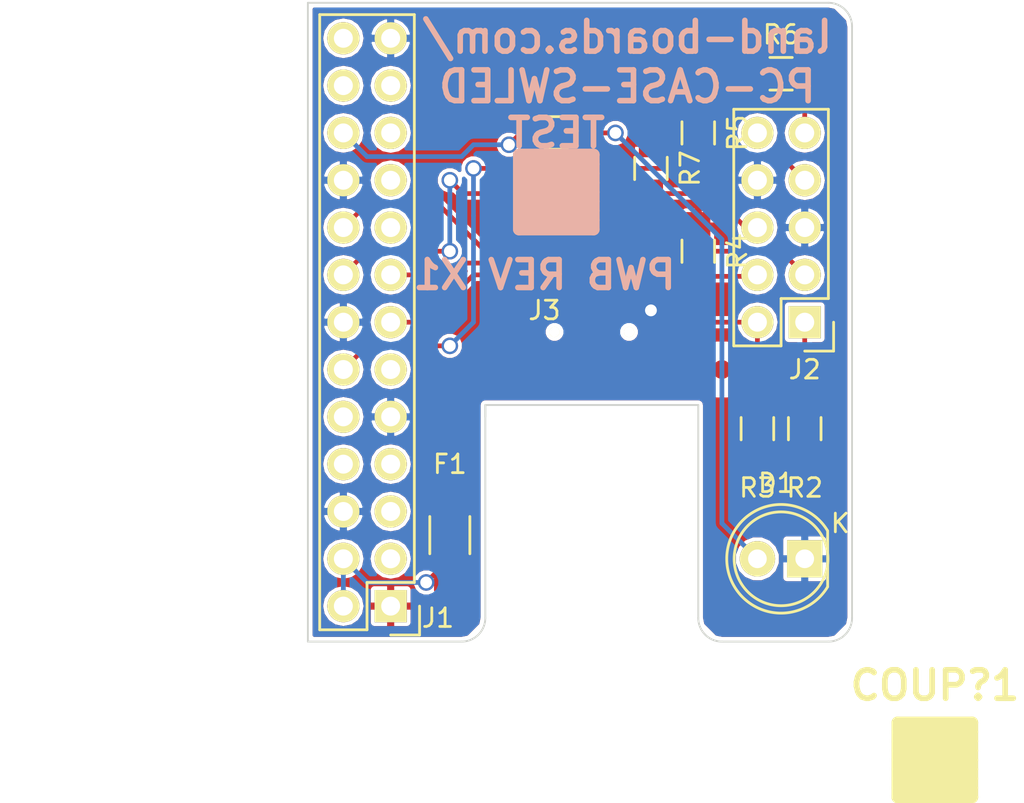
<source format=kicad_pcb>
(kicad_pcb (version 4) (host pcbnew 4.0.1-stable)

  (general
    (links 30)
    (no_connects 0)
    (area -0.050001 -0.050001 29.260001 34.340001)
    (thickness 1.6)
    (drawings 16)
    (tracks 84)
    (zones 0)
    (modules 16)
    (nets 14)
  )

  (page A)
  (title_block
    (title RasPi-GVS-Plus-CFG)
    (rev X1)
    (company land-boards.com)
  )

  (layers
    (0 F.Cu signal)
    (31 B.Cu signal hide)
    (36 B.SilkS user hide)
    (37 F.SilkS user)
    (38 B.Mask user)
    (39 F.Mask user)
    (40 Dwgs.User user)
    (41 Cmts.User user)
    (44 Edge.Cuts user)
  )

  (setup
    (last_trace_width 0.254)
    (user_trace_width 0.2032)
    (user_trace_width 0.635)
    (trace_clearance 0.2032)
    (zone_clearance 0.2032)
    (zone_45_only no)
    (trace_min 0.2032)
    (segment_width 0.2)
    (edge_width 0.1)
    (via_size 0.889)
    (via_drill 0.635)
    (via_min_size 0.889)
    (via_min_drill 0.508)
    (uvia_size 0.508)
    (uvia_drill 0.127)
    (uvias_allowed no)
    (uvia_min_size 0.508)
    (uvia_min_drill 0.127)
    (pcb_text_width 0.3)
    (pcb_text_size 1.5 1.5)
    (mod_edge_width 0.15)
    (mod_text_size 1.27 1.27)
    (mod_text_width 0.254)
    (pad_size 4.2418 4.2418)
    (pad_drill 2.49936)
    (pad_to_mask_clearance 0)
    (aux_axis_origin 0 0)
    (visible_elements 7FFFFF3F)
    (pcbplotparams
      (layerselection 0x010f0_80000001)
      (usegerberextensions false)
      (excludeedgelayer true)
      (linewidth 0.150000)
      (plotframeref false)
      (viasonmask false)
      (mode 1)
      (useauxorigin false)
      (hpglpennumber 1)
      (hpglpenspeed 20)
      (hpglpendiameter 15)
      (hpglpenoverlay 2)
      (psnegative false)
      (psa4output false)
      (plotreference true)
      (plotvalue true)
      (plotinvisibletext false)
      (padsonsilk false)
      (subtractmaskfromsilk false)
      (outputformat 1)
      (mirror false)
      (drillshape 0)
      (scaleselection 1)
      (outputdirectory plots/))
  )

  (net 0 "")
  (net 1 +3V3)
  (net 2 +5V)
  (net 3 GND)
  (net 4 /HD_LED_P)
  (net 5 /FP_PWR_SLP_1)
  (net 6 /FP_PWR_SLP_2)
  (net 7 /PWR_SW_P)
  (net 8 /RST_SW_P)
  (net 9 /HDACT)
  (net 10 "Net-(J2-Pad9)")
  (net 11 "Net-(F1-Pad2)")
  (net 12 "Net-(J1-Pad22)")
  (net 13 "Net-(D1-Pad2)")

  (net_class Default "This is the default net class."
    (clearance 0.2032)
    (trace_width 0.254)
    (via_dia 0.889)
    (via_drill 0.635)
    (uvia_dia 0.508)
    (uvia_drill 0.127)
    (add_net +3V3)
    (add_net +5V)
    (add_net /FP_PWR_SLP_1)
    (add_net /FP_PWR_SLP_2)
    (add_net /HDACT)
    (add_net /HD_LED_P)
    (add_net /PWR_SW_P)
    (add_net /RST_SW_P)
    (add_net GND)
    (add_net "Net-(D1-Pad2)")
    (add_net "Net-(F1-Pad2)")
    (add_net "Net-(J1-Pad22)")
    (add_net "Net-(J2-Pad9)")
  )

  (net_class POWER025 ""
    (clearance 0.381)
    (trace_width 0.635)
    (via_dia 0.889)
    (via_drill 0.635)
    (uvia_dia 0.508)
    (uvia_drill 0.127)
  )

  (module FIDUCIAL (layer F.Cu) (tedit 518BF783) (tstamp 53F20D67)
    (at 8.255 5.715)
    (path /53F2073B)
    (fp_text reference FID1 (at 0 2.3495) (layer F.SilkS) hide
      (effects (font (size 1.27 1.27) (thickness 0.254)))
    )
    (fp_text value CONN_1 (at 0.127 -2.794) (layer F.SilkS) hide
      (effects (font (size 1.016 1.016) (thickness 0.2032)))
    )
    (pad 1 smd circle (at 0 0) (size 1 1) (layers F.Cu F.Mask)
      (solder_mask_margin 1) (clearance 1))
  )

  (module FIDUCIAL (layer F.Cu) (tedit 518BF783) (tstamp 57727737)
    (at 22.225 19.685)
    (path /53F2074A)
    (fp_text reference FID2 (at 0 2.3495) (layer F.SilkS) hide
      (effects (font (size 1.016 1.016) (thickness 0.2032)))
    )
    (fp_text value CONN_1 (at 0.127 -2.794) (layer F.SilkS) hide
      (effects (font (size 1.016 1.016) (thickness 0.2032)))
    )
    (pad 1 smd circle (at 0 0) (size 1 1) (layers F.Cu F.Mask)
      (solder_mask_margin 1) (clearance 1))
  )

  (module Resistors_SMD:R_0805_HandSoldering (layer F.Cu) (tedit 5772D84F) (tstamp 57729A50)
    (at 26.67 22.86 90)
    (descr "Resistor SMD 0805, hand soldering")
    (tags "resistor 0805")
    (path /54848958)
    (attr smd)
    (fp_text reference R2 (at -3.175 0 180) (layer F.SilkS)
      (effects (font (size 1 1) (thickness 0.15)))
    )
    (fp_text value 120 (at 0 2.1 90) (layer F.SilkS) hide
      (effects (font (size 1 1) (thickness 0.15)))
    )
    (fp_line (start -2.4 -1) (end 2.4 -1) (layer F.CrtYd) (width 0.05))
    (fp_line (start -2.4 1) (end 2.4 1) (layer F.CrtYd) (width 0.05))
    (fp_line (start -2.4 -1) (end -2.4 1) (layer F.CrtYd) (width 0.05))
    (fp_line (start 2.4 -1) (end 2.4 1) (layer F.CrtYd) (width 0.05))
    (fp_line (start 0.6 0.875) (end -0.6 0.875) (layer F.SilkS) (width 0.15))
    (fp_line (start -0.6 -0.875) (end 0.6 -0.875) (layer F.SilkS) (width 0.15))
    (pad 1 smd rect (at -1.35 0 90) (size 1.5 1.3) (layers F.Cu F.Mask)
      (net 1 +3V3))
    (pad 2 smd rect (at 1.35 0 90) (size 1.5 1.3) (layers F.Cu F.Mask)
      (net 4 /HD_LED_P))
    (model Resistors_SMD.3dshapes/R_0805_HandSoldering.wrl
      (at (xyz 0 0 0))
      (scale (xyz 1 1 1))
      (rotate (xyz 0 0 0))
    )
  )

  (module Resistors_SMD:R_0805_HandSoldering (layer F.Cu) (tedit 5772D887) (tstamp 57729A5C)
    (at 24.13 22.86 90)
    (descr "Resistor SMD 0805, hand soldering")
    (tags "resistor 0805")
    (path /57729DD7)
    (attr smd)
    (fp_text reference R3 (at -3.175 0 180) (layer F.SilkS)
      (effects (font (size 1 1) (thickness 0.15)))
    )
    (fp_text value 120 (at 0 2.1 180) (layer F.Fab) hide
      (effects (font (size 1 1) (thickness 0.15)))
    )
    (fp_line (start -2.4 -1) (end 2.4 -1) (layer F.CrtYd) (width 0.05))
    (fp_line (start -2.4 1) (end 2.4 1) (layer F.CrtYd) (width 0.05))
    (fp_line (start -2.4 -1) (end -2.4 1) (layer F.CrtYd) (width 0.05))
    (fp_line (start 2.4 -1) (end 2.4 1) (layer F.CrtYd) (width 0.05))
    (fp_line (start 0.6 0.875) (end -0.6 0.875) (layer F.SilkS) (width 0.15))
    (fp_line (start -0.6 -0.875) (end 0.6 -0.875) (layer F.SilkS) (width 0.15))
    (pad 1 smd rect (at -1.35 0 90) (size 1.5 1.3) (layers F.Cu F.Mask)
      (net 1 +3V3))
    (pad 2 smd rect (at 1.35 0 90) (size 1.5 1.3) (layers F.Cu F.Mask)
      (net 5 /FP_PWR_SLP_1))
    (model Resistors_SMD.3dshapes/R_0805_HandSoldering.wrl
      (at (xyz 0 0 0))
      (scale (xyz 1 1 1))
      (rotate (xyz 0 0 0))
    )
  )

  (module Resistors_SMD:R_0805_HandSoldering (layer F.Cu) (tedit 5772D867) (tstamp 57729A68)
    (at 20.955 13.335 270)
    (descr "Resistor SMD 0805, hand soldering")
    (tags "resistor 0805")
    (path /5772B8A3)
    (attr smd)
    (fp_text reference R4 (at 0 -2.1 270) (layer F.SilkS)
      (effects (font (size 1 1) (thickness 0.15)))
    )
    (fp_text value 120 (at 0 2.1 270) (layer F.Fab) hide
      (effects (font (size 1 1) (thickness 0.15)))
    )
    (fp_line (start -2.4 -1) (end 2.4 -1) (layer F.CrtYd) (width 0.05))
    (fp_line (start -2.4 1) (end 2.4 1) (layer F.CrtYd) (width 0.05))
    (fp_line (start -2.4 -1) (end -2.4 1) (layer F.CrtYd) (width 0.05))
    (fp_line (start 2.4 -1) (end 2.4 1) (layer F.CrtYd) (width 0.05))
    (fp_line (start 0.6 0.875) (end -0.6 0.875) (layer F.SilkS) (width 0.15))
    (fp_line (start -0.6 -0.875) (end 0.6 -0.875) (layer F.SilkS) (width 0.15))
    (pad 1 smd rect (at -1.35 0 270) (size 1.5 1.3) (layers F.Cu F.Mask)
      (net 1 +3V3))
    (pad 2 smd rect (at 1.35 0 270) (size 1.5 1.3) (layers F.Cu F.Mask)
      (net 6 /FP_PWR_SLP_2))
    (model Resistors_SMD.3dshapes/R_0805_HandSoldering.wrl
      (at (xyz 0 0 0))
      (scale (xyz 1 1 1))
      (rotate (xyz 0 0 0))
    )
  )

  (module Resistors_SMD:R_0805_HandSoldering (layer F.Cu) (tedit 5772D870) (tstamp 57729A74)
    (at 20.955 6.985 270)
    (descr "Resistor SMD 0805, hand soldering")
    (tags "resistor 0805")
    (path /5772D155)
    (attr smd)
    (fp_text reference R5 (at 0 -2.1 270) (layer F.SilkS)
      (effects (font (size 1 1) (thickness 0.15)))
    )
    (fp_text value DNP (at 0 2.1 270) (layer F.Fab) hide
      (effects (font (size 1 1) (thickness 0.15)))
    )
    (fp_line (start -2.4 -1) (end 2.4 -1) (layer F.CrtYd) (width 0.05))
    (fp_line (start -2.4 1) (end 2.4 1) (layer F.CrtYd) (width 0.05))
    (fp_line (start -2.4 -1) (end -2.4 1) (layer F.CrtYd) (width 0.05))
    (fp_line (start 2.4 -1) (end 2.4 1) (layer F.CrtYd) (width 0.05))
    (fp_line (start 0.6 0.875) (end -0.6 0.875) (layer F.SilkS) (width 0.15))
    (fp_line (start -0.6 -0.875) (end 0.6 -0.875) (layer F.SilkS) (width 0.15))
    (pad 1 smd rect (at -1.35 0 270) (size 1.5 1.3) (layers F.Cu F.Mask)
      (net 1 +3V3))
    (pad 2 smd rect (at 1.35 0 270) (size 1.5 1.3) (layers F.Cu F.Mask)
      (net 8 /RST_SW_P))
    (model Resistors_SMD.3dshapes/R_0805_HandSoldering.wrl
      (at (xyz 0 0 0))
      (scale (xyz 1 1 1))
      (rotate (xyz 0 0 0))
    )
  )

  (module Resistors_SMD:R_0805_HandSoldering (layer F.Cu) (tedit 5772D878) (tstamp 57729A80)
    (at 25.4 3.81)
    (descr "Resistor SMD 0805, hand soldering")
    (tags "resistor 0805")
    (path /5772CDF7)
    (attr smd)
    (fp_text reference R6 (at 0 -2.1) (layer F.SilkS)
      (effects (font (size 1 1) (thickness 0.15)))
    )
    (fp_text value DNP (at 0 2.1) (layer F.Fab) hide
      (effects (font (size 1 1) (thickness 0.15)))
    )
    (fp_line (start -2.4 -1) (end 2.4 -1) (layer F.CrtYd) (width 0.05))
    (fp_line (start -2.4 1) (end 2.4 1) (layer F.CrtYd) (width 0.05))
    (fp_line (start -2.4 -1) (end -2.4 1) (layer F.CrtYd) (width 0.05))
    (fp_line (start 2.4 -1) (end 2.4 1) (layer F.CrtYd) (width 0.05))
    (fp_line (start 0.6 0.875) (end -0.6 0.875) (layer F.SilkS) (width 0.15))
    (fp_line (start -0.6 -0.875) (end 0.6 -0.875) (layer F.SilkS) (width 0.15))
    (pad 1 smd rect (at -1.35 0) (size 1.5 1.3) (layers F.Cu F.Mask)
      (net 1 +3V3))
    (pad 2 smd rect (at 1.35 0) (size 1.5 1.3) (layers F.Cu F.Mask)
      (net 10 "Net-(J2-Pad9)"))
    (model Resistors_SMD.3dshapes/R_0805_HandSoldering.wrl
      (at (xyz 0 0 0))
      (scale (xyz 1 1 1))
      (rotate (xyz 0 0 0))
    )
  )

  (module Resistors_SMD:R_0805_HandSoldering (layer F.Cu) (tedit 5772D86C) (tstamp 57729A8C)
    (at 18.415 8.89 270)
    (descr "Resistor SMD 0805, hand soldering")
    (tags "resistor 0805")
    (path /5772C0EC)
    (attr smd)
    (fp_text reference R7 (at 0 -2.1 270) (layer F.SilkS)
      (effects (font (size 1 1) (thickness 0.15)))
    )
    (fp_text value 2.2K (at 0 2.1 270) (layer F.Fab) hide
      (effects (font (size 1 1) (thickness 0.15)))
    )
    (fp_line (start -2.4 -1) (end 2.4 -1) (layer F.CrtYd) (width 0.05))
    (fp_line (start -2.4 1) (end 2.4 1) (layer F.CrtYd) (width 0.05))
    (fp_line (start -2.4 -1) (end -2.4 1) (layer F.CrtYd) (width 0.05))
    (fp_line (start 2.4 -1) (end 2.4 1) (layer F.CrtYd) (width 0.05))
    (fp_line (start 0.6 0.875) (end -0.6 0.875) (layer F.SilkS) (width 0.15))
    (fp_line (start -0.6 -0.875) (end 0.6 -0.875) (layer F.SilkS) (width 0.15))
    (pad 1 smd rect (at -1.35 0 270) (size 1.5 1.3) (layers F.Cu F.Mask)
      (net 1 +3V3))
    (pad 2 smd rect (at 1.35 0 270) (size 1.5 1.3) (layers F.Cu F.Mask)
      (net 7 /PWR_SW_P))
    (model Resistors_SMD.3dshapes/R_0805_HandSoldering.wrl
      (at (xyz 0 0 0))
      (scale (xyz 1 1 1))
      (rotate (xyz 0 0 0))
    )
  )

  (module Pin_Headers:Pin_Header_Straight_2x13 (layer F.Cu) (tedit 57729B73) (tstamp 5772A0C5)
    (at 4.445 32.385 180)
    (descr "Through hole pin header")
    (tags "pin header")
    (path /54848B62)
    (fp_text reference J1 (at -2.54 -0.635 180) (layer F.SilkS)
      (effects (font (size 1 1) (thickness 0.15)))
    )
    (fp_text value RASPIO (at 0 -3.1 180) (layer F.SilkS) hide
      (effects (font (size 1 1) (thickness 0.15)))
    )
    (fp_line (start -1.75 -1.75) (end -1.75 32.25) (layer F.CrtYd) (width 0.05))
    (fp_line (start 4.3 -1.75) (end 4.3 32.25) (layer F.CrtYd) (width 0.05))
    (fp_line (start -1.75 -1.75) (end 4.3 -1.75) (layer F.CrtYd) (width 0.05))
    (fp_line (start -1.75 32.25) (end 4.3 32.25) (layer F.CrtYd) (width 0.05))
    (fp_line (start 3.81 -1.27) (end 3.81 31.75) (layer F.SilkS) (width 0.15))
    (fp_line (start -1.27 1.27) (end -1.27 31.75) (layer F.SilkS) (width 0.15))
    (fp_line (start 3.81 31.75) (end -1.27 31.75) (layer F.SilkS) (width 0.15))
    (fp_line (start 3.81 -1.27) (end 1.27 -1.27) (layer F.SilkS) (width 0.15))
    (fp_line (start 0 -1.55) (end -1.55 -1.55) (layer F.SilkS) (width 0.15))
    (fp_line (start 1.27 -1.27) (end 1.27 1.27) (layer F.SilkS) (width 0.15))
    (fp_line (start 1.27 1.27) (end -1.27 1.27) (layer F.SilkS) (width 0.15))
    (fp_line (start -1.55 -1.55) (end -1.55 0) (layer F.SilkS) (width 0.15))
    (pad 1 thru_hole rect (at 0 0 180) (size 1.7272 1.7272) (drill 1.016) (layers *.Cu *.Mask F.SilkS)
      (net 1 +3V3))
    (pad 2 thru_hole oval (at 2.54 0 180) (size 1.7272 1.7272) (drill 1.016) (layers *.Cu *.Mask F.SilkS)
      (net 2 +5V))
    (pad 3 thru_hole oval (at 0 2.54 180) (size 1.7272 1.7272) (drill 1.016) (layers *.Cu *.Mask F.SilkS))
    (pad 4 thru_hole oval (at 2.54 2.54 180) (size 1.7272 1.7272) (drill 1.016) (layers *.Cu *.Mask F.SilkS)
      (net 2 +5V))
    (pad 5 thru_hole oval (at 0 5.08 180) (size 1.7272 1.7272) (drill 1.016) (layers *.Cu *.Mask F.SilkS))
    (pad 6 thru_hole oval (at 2.54 5.08 180) (size 1.7272 1.7272) (drill 1.016) (layers *.Cu *.Mask F.SilkS)
      (net 3 GND))
    (pad 7 thru_hole oval (at 0 7.62 180) (size 1.7272 1.7272) (drill 1.016) (layers *.Cu *.Mask F.SilkS))
    (pad 8 thru_hole oval (at 2.54 7.62 180) (size 1.7272 1.7272) (drill 1.016) (layers *.Cu *.Mask F.SilkS))
    (pad 9 thru_hole oval (at 0 10.16 180) (size 1.7272 1.7272) (drill 1.016) (layers *.Cu *.Mask F.SilkS)
      (net 3 GND))
    (pad 10 thru_hole oval (at 2.54 10.16 180) (size 1.7272 1.7272) (drill 1.016) (layers *.Cu *.Mask F.SilkS))
    (pad 11 thru_hole oval (at 0 12.7 180) (size 1.7272 1.7272) (drill 1.016) (layers *.Cu *.Mask F.SilkS))
    (pad 12 thru_hole oval (at 2.54 12.7 180) (size 1.7272 1.7272) (drill 1.016) (layers *.Cu *.Mask F.SilkS)
      (net 8 /RST_SW_P))
    (pad 13 thru_hole oval (at 0 15.24 180) (size 1.7272 1.7272) (drill 1.016) (layers *.Cu *.Mask F.SilkS)
      (net 5 /FP_PWR_SLP_1))
    (pad 14 thru_hole oval (at 2.54 15.24 180) (size 1.7272 1.7272) (drill 1.016) (layers *.Cu *.Mask F.SilkS)
      (net 3 GND))
    (pad 15 thru_hole oval (at 0 17.78 180) (size 1.7272 1.7272) (drill 1.016) (layers *.Cu *.Mask F.SilkS)
      (net 6 /FP_PWR_SLP_2))
    (pad 16 thru_hole oval (at 2.54 17.78 180) (size 1.7272 1.7272) (drill 1.016) (layers *.Cu *.Mask F.SilkS)
      (net 7 /PWR_SW_P))
    (pad 17 thru_hole oval (at 0 20.32 180) (size 1.7272 1.7272) (drill 1.016) (layers *.Cu *.Mask F.SilkS))
    (pad 18 thru_hole oval (at 2.54 20.32 180) (size 1.7272 1.7272) (drill 1.016) (layers *.Cu *.Mask F.SilkS)
      (net 9 /HDACT))
    (pad 19 thru_hole oval (at 0 22.86 180) (size 1.7272 1.7272) (drill 1.016) (layers *.Cu *.Mask F.SilkS))
    (pad 20 thru_hole oval (at 2.54 22.86 180) (size 1.7272 1.7272) (drill 1.016) (layers *.Cu *.Mask F.SilkS)
      (net 3 GND))
    (pad 21 thru_hole oval (at 0 25.4 180) (size 1.7272 1.7272) (drill 1.016) (layers *.Cu *.Mask F.SilkS))
    (pad 22 thru_hole oval (at 2.54 25.4 180) (size 1.7272 1.7272) (drill 1.016) (layers *.Cu *.Mask F.SilkS)
      (net 12 "Net-(J1-Pad22)"))
    (pad 23 thru_hole oval (at 0 27.94 180) (size 1.7272 1.7272) (drill 1.016) (layers *.Cu *.Mask F.SilkS))
    (pad 24 thru_hole oval (at 2.54 27.94 180) (size 1.7272 1.7272) (drill 1.016) (layers *.Cu *.Mask F.SilkS))
    (pad 25 thru_hole oval (at 0 30.48 180) (size 1.7272 1.7272) (drill 1.016) (layers *.Cu *.Mask F.SilkS)
      (net 3 GND))
    (pad 26 thru_hole oval (at 2.54 30.48 180) (size 1.7272 1.7272) (drill 1.016) (layers *.Cu *.Mask F.SilkS))
    (model Pin_Headers.3dshapes/Pin_Header_Straight_2x13.wrl
      (at (xyz 0.05 -0.6 0))
      (scale (xyz 1 1 1))
      (rotate (xyz 0 0 90))
    )
  )

  (module Pin_Headers:Pin_Header_Straight_2x05 (layer F.Cu) (tedit 5772B12E) (tstamp 5772A111)
    (at 26.67 17.145 180)
    (descr "Through hole pin header")
    (tags "pin header")
    (path /57729ACD)
    (fp_text reference J2 (at 0 -2.54 180) (layer F.SilkS)
      (effects (font (size 1 1) (thickness 0.15)))
    )
    (fp_text value CONN_02X05 (at 0 -3.1 180) (layer F.SilkS) hide
      (effects (font (size 1 1) (thickness 0.15)))
    )
    (fp_line (start -1.75 -1.75) (end -1.75 11.95) (layer F.CrtYd) (width 0.05))
    (fp_line (start 4.3 -1.75) (end 4.3 11.95) (layer F.CrtYd) (width 0.05))
    (fp_line (start -1.75 -1.75) (end 4.3 -1.75) (layer F.CrtYd) (width 0.05))
    (fp_line (start -1.75 11.95) (end 4.3 11.95) (layer F.CrtYd) (width 0.05))
    (fp_line (start 3.81 -1.27) (end 3.81 11.43) (layer F.SilkS) (width 0.15))
    (fp_line (start 3.81 11.43) (end -1.27 11.43) (layer F.SilkS) (width 0.15))
    (fp_line (start -1.27 11.43) (end -1.27 1.27) (layer F.SilkS) (width 0.15))
    (fp_line (start 3.81 -1.27) (end 1.27 -1.27) (layer F.SilkS) (width 0.15))
    (fp_line (start 0 -1.55) (end -1.55 -1.55) (layer F.SilkS) (width 0.15))
    (fp_line (start 1.27 -1.27) (end 1.27 1.27) (layer F.SilkS) (width 0.15))
    (fp_line (start 1.27 1.27) (end -1.27 1.27) (layer F.SilkS) (width 0.15))
    (fp_line (start -1.55 -1.55) (end -1.55 0) (layer F.SilkS) (width 0.15))
    (pad 1 thru_hole rect (at 0 0 180) (size 1.7272 1.7272) (drill 1.016) (layers *.Cu *.Mask F.SilkS)
      (net 4 /HD_LED_P))
    (pad 2 thru_hole oval (at 2.54 0 180) (size 1.7272 1.7272) (drill 1.016) (layers *.Cu *.Mask F.SilkS)
      (net 5 /FP_PWR_SLP_1))
    (pad 3 thru_hole oval (at 0 2.54 180) (size 1.7272 1.7272) (drill 1.016) (layers *.Cu *.Mask F.SilkS)
      (net 9 /HDACT))
    (pad 4 thru_hole oval (at 2.54 2.54 180) (size 1.7272 1.7272) (drill 1.016) (layers *.Cu *.Mask F.SilkS)
      (net 6 /FP_PWR_SLP_2))
    (pad 5 thru_hole oval (at 0 5.08 180) (size 1.7272 1.7272) (drill 1.016) (layers *.Cu *.Mask F.SilkS)
      (net 3 GND))
    (pad 6 thru_hole oval (at 2.54 5.08 180) (size 1.7272 1.7272) (drill 1.016) (layers *.Cu *.Mask F.SilkS)
      (net 7 /PWR_SW_P))
    (pad 7 thru_hole oval (at 0 7.62 180) (size 1.7272 1.7272) (drill 1.016) (layers *.Cu *.Mask F.SilkS)
      (net 8 /RST_SW_P))
    (pad 8 thru_hole oval (at 2.54 7.62 180) (size 1.7272 1.7272) (drill 1.016) (layers *.Cu *.Mask F.SilkS)
      (net 3 GND))
    (pad 9 thru_hole oval (at 0 10.16 180) (size 1.7272 1.7272) (drill 1.016) (layers *.Cu *.Mask F.SilkS)
      (net 10 "Net-(J2-Pad9)"))
    (pad 10 thru_hole oval (at 2.54 10.16 180) (size 1.7272 1.7272) (drill 1.016) (layers *.Cu *.Mask F.SilkS))
    (model Pin_Headers.3dshapes/Pin_Header_Straight_2x05.wrl
      (at (xyz 0.05 -0.2 0))
      (scale (xyz 1 1 1))
      (rotate (xyz 0 0 90))
    )
  )

  (module DougsNewMods:USB_Micro-B-Wellco-SMT (layer F.Cu) (tedit 57729B79) (tstamp 5772ADB5)
    (at 15.24 17.145)
    (descr "Micro USB Type B Receptacle")
    (tags "USB USB_B USB_micro USB_OTG")
    (path /5772F434)
    (attr smd)
    (fp_text reference J3 (at -2.54 -0.635) (layer F.SilkS)
      (effects (font (size 1 1) (thickness 0.15)))
    )
    (fp_text value USB-MICRO-B (at 0 4.8) (layer Dwgs.User) hide
      (effects (font (size 1 1) (thickness 0.15)))
    )
    (pad 1 smd rect (at -1.3 -0.4) (size 0.4 1.8) (layers F.Cu F.Mask)
      (net 11 "Net-(F1-Pad2)"))
    (pad 2 smd rect (at -0.65 -0.4) (size 0.4 1.8) (layers F.Cu F.Mask))
    (pad 3 smd rect (at 0 -0.4) (size 0.4 1.8) (layers F.Cu F.Mask))
    (pad 4 smd rect (at 0.65 -0.4) (size 0.4 1.8) (layers F.Cu F.Mask))
    (pad 5 smd rect (at 1.3 -0.4) (size 0.4 1.8) (layers F.Cu F.Mask)
      (net 3 GND))
    (pad "" np_thru_hole circle (at -2 0.525 90) (size 0.55 0.55) (drill 0.55) (layers *.Cu *.Mask F.SilkS))
    (pad "" np_thru_hole circle (at 2 0.525 90) (size 0.55 0.55) (drill oval 0.55) (layers *.Cu *.Mask F.SilkS))
    (pad 7 smd rect (at -3.95 2.625 90) (size 1.9 1.9) (layers F.Cu F.Mask))
    (pad 6 smd rect (at 3.95 2.625 90) (size 1.9 1.9) (layers F.Cu F.Mask))
  )

  (module Resistors_SMD:R_1206_HandSoldering (layer F.Cu) (tedit 5772D835) (tstamp 5772B3E1)
    (at 7.62 28.575 90)
    (descr "Resistor SMD 1206, hand soldering")
    (tags "resistor 1206")
    (path /5772FC9A)
    (attr smd)
    (fp_text reference F1 (at 3.81 0 180) (layer F.SilkS)
      (effects (font (size 1 1) (thickness 0.15)))
    )
    (fp_text value FUSE (at 0 2.3 90) (layer F.Fab) hide
      (effects (font (size 1 1) (thickness 0.15)))
    )
    (fp_line (start -3.3 -1.2) (end 3.3 -1.2) (layer F.CrtYd) (width 0.05))
    (fp_line (start -3.3 1.2) (end 3.3 1.2) (layer F.CrtYd) (width 0.05))
    (fp_line (start -3.3 -1.2) (end -3.3 1.2) (layer F.CrtYd) (width 0.05))
    (fp_line (start 3.3 -1.2) (end 3.3 1.2) (layer F.CrtYd) (width 0.05))
    (fp_line (start 1 1.075) (end -1 1.075) (layer F.SilkS) (width 0.15))
    (fp_line (start -1 -1.075) (end 1 -1.075) (layer F.SilkS) (width 0.15))
    (pad 1 smd rect (at -2 0 90) (size 2 1.7) (layers F.Cu F.Mask)
      (net 2 +5V))
    (pad 2 smd rect (at 2 0 90) (size 2 1.7) (layers F.Cu F.Mask)
      (net 11 "Net-(F1-Pad2)"))
    (model Resistors_SMD.3dshapes/R_1206_HandSoldering.wrl
      (at (xyz 0 0 0))
      (scale (xyz 1 1 1))
      (rotate (xyz 0 0 0))
    )
  )

  (module REV_BLOCK (layer B.Cu) (tedit 5772E542) (tstamp 5772D359)
    (at 13.335 10.16)
    (path /53B1CE86)
    (fp_text reference TEST (at 0 -3.175) (layer B.SilkS)
      (effects (font (thickness 0.3048)) (justify mirror))
    )
    (fp_text value COUPON (at 0 -4) (layer B.SilkS) hide
      (effects (font (thickness 0.3048)) (justify mirror))
    )
    (fp_line (start 2 2) (end 2 -2) (layer B.SilkS) (width 0.65))
    (fp_line (start 2 -2) (end -2 -2) (layer B.SilkS) (width 0.65))
    (fp_line (start -2 -2) (end -2 2) (layer B.SilkS) (width 0.65))
    (fp_line (start -2 -2) (end 2 -2) (layer B.SilkS) (width 0.65))
    (fp_line (start -2 -1.5) (end 2 -1.5) (layer B.SilkS) (width 0.65))
    (fp_line (start -2 -1) (end 2 -1) (layer B.SilkS) (width 0.65))
    (fp_line (start -2 -0.5) (end 2 -0.5) (layer B.SilkS) (width 0.65))
    (fp_line (start -2 0) (end 2 0) (layer B.SilkS) (width 0.65))
    (fp_line (start -2 0.5) (end 2 0.5) (layer B.SilkS) (width 0.65))
    (fp_line (start -2 1) (end 2 1) (layer B.SilkS) (width 0.65))
    (fp_line (start -2 2) (end 2 2) (layer B.SilkS) (width 0.65))
    (fp_line (start -2 1.5) (end 2 1.5) (layer B.SilkS) (width 0.65))
    (fp_line (start -2 2) (end 2 2) (layer B.SilkS) (width 0.15))
    (fp_line (start 2 2) (end 2 -2) (layer B.SilkS) (width 0.15))
    (fp_line (start 2 -2) (end -2 -2) (layer B.SilkS) (width 0.15))
    (fp_line (start -2 -2) (end -2 2) (layer B.SilkS) (width 0.15))
  )

  (module REV_BLOCK (layer F.Cu) (tedit 553D0821) (tstamp 5772ECB4)
    (at 33.655 40.64)
    (path /53B1CE86)
    (fp_text reference COUP?1 (at 0 -4) (layer F.SilkS)
      (effects (font (thickness 0.3048)))
    )
    (fp_text value COUPON (at 0 4) (layer F.SilkS) hide
      (effects (font (thickness 0.3048)))
    )
    (fp_line (start 2 -2) (end 2 2) (layer F.SilkS) (width 0.65))
    (fp_line (start 2 2) (end -2 2) (layer F.SilkS) (width 0.65))
    (fp_line (start -2 2) (end -2 -2) (layer F.SilkS) (width 0.65))
    (fp_line (start -2 2) (end 2 2) (layer F.SilkS) (width 0.65))
    (fp_line (start -2 1.5) (end 2 1.5) (layer F.SilkS) (width 0.65))
    (fp_line (start -2 1) (end 2 1) (layer F.SilkS) (width 0.65))
    (fp_line (start -2 0.5) (end 2 0.5) (layer F.SilkS) (width 0.65))
    (fp_line (start -2 0) (end 2 0) (layer F.SilkS) (width 0.65))
    (fp_line (start -2 -0.5) (end 2 -0.5) (layer F.SilkS) (width 0.65))
    (fp_line (start -2 -1) (end 2 -1) (layer F.SilkS) (width 0.65))
    (fp_line (start -2 -2) (end 2 -2) (layer F.SilkS) (width 0.65))
    (fp_line (start -2 -1.5) (end 2 -1.5) (layer F.SilkS) (width 0.65))
    (fp_line (start -2 -2) (end 2 -2) (layer F.SilkS) (width 0.15))
    (fp_line (start 2 -2) (end 2 2) (layer F.SilkS) (width 0.15))
    (fp_line (start 2 2) (end -2 2) (layer F.SilkS) (width 0.15))
    (fp_line (start -2 2) (end -2 -2) (layer F.SilkS) (width 0.15))
  )

  (module LEDs:LED-5MM (layer F.Cu) (tedit 5570F7EA) (tstamp 5772ECC0)
    (at 26.67 29.845 180)
    (descr "LED 5mm round vertical")
    (tags "LED 5mm round vertical")
    (path /5772FA0A)
    (fp_text reference D1 (at 1.524 4.064 180) (layer F.SilkS)
      (effects (font (size 1 1) (thickness 0.15)))
    )
    (fp_text value LED (at 1.524 -3.937 180) (layer F.Fab)
      (effects (font (size 1 1) (thickness 0.15)))
    )
    (fp_line (start -1.5 -1.55) (end -1.5 1.55) (layer F.CrtYd) (width 0.05))
    (fp_arc (start 1.3 0) (end -1.5 1.55) (angle -302) (layer F.CrtYd) (width 0.05))
    (fp_arc (start 1.27 0) (end -1.23 -1.5) (angle 297.5) (layer F.SilkS) (width 0.15))
    (fp_line (start -1.23 1.5) (end -1.23 -1.5) (layer F.SilkS) (width 0.15))
    (fp_circle (center 1.27 0) (end 0.97 -2.5) (layer F.SilkS) (width 0.15))
    (fp_text user K (at -1.905 1.905 180) (layer F.SilkS)
      (effects (font (size 1 1) (thickness 0.15)))
    )
    (pad 1 thru_hole rect (at 0 0 270) (size 2 1.9) (drill 1.00076) (layers *.Cu *.Mask F.SilkS)
      (net 3 GND))
    (pad 2 thru_hole circle (at 2.54 0 180) (size 1.9 1.9) (drill 1.00076) (layers *.Cu *.Mask F.SilkS)
      (net 13 "Net-(D1-Pad2)"))
    (model LEDs.3dshapes/LED-5MM.wrl
      (at (xyz 0.05 0 0))
      (scale (xyz 1 1 1))
      (rotate (xyz 0 0 90))
    )
  )

  (module Resistors_SMD:R_0805_HandSoldering (layer F.Cu) (tedit 54189DEE) (tstamp 5772ECCC)
    (at 13.335 6.985 180)
    (descr "Resistor SMD 0805, hand soldering")
    (tags "resistor 0805")
    (path /5772F818)
    (attr smd)
    (fp_text reference R1 (at 0 -2.1 180) (layer F.SilkS)
      (effects (font (size 1 1) (thickness 0.15)))
    )
    (fp_text value 120 (at 0 2.1 180) (layer F.Fab)
      (effects (font (size 1 1) (thickness 0.15)))
    )
    (fp_line (start -2.4 -1) (end 2.4 -1) (layer F.CrtYd) (width 0.05))
    (fp_line (start -2.4 1) (end 2.4 1) (layer F.CrtYd) (width 0.05))
    (fp_line (start -2.4 -1) (end -2.4 1) (layer F.CrtYd) (width 0.05))
    (fp_line (start 2.4 -1) (end 2.4 1) (layer F.CrtYd) (width 0.05))
    (fp_line (start 0.6 0.875) (end -0.6 0.875) (layer F.SilkS) (width 0.15))
    (fp_line (start -0.6 -0.875) (end 0.6 -0.875) (layer F.SilkS) (width 0.15))
    (pad 1 smd rect (at -1.35 0 180) (size 1.5 1.3) (layers F.Cu F.Mask)
      (net 13 "Net-(D1-Pad2)"))
    (pad 2 smd rect (at 1.35 0 180) (size 1.5 1.3) (layers F.Cu F.Mask)
      (net 12 "Net-(J1-Pad22)"))
    (model Resistors_SMD.3dshapes/R_0805_HandSoldering.wrl
      (at (xyz 0 0 0))
      (scale (xyz 1 1 1))
      (rotate (xyz 0 0 0))
    )
  )

  (gr_line (start 0 34.29) (end 8.255 34.29) (angle 90) (layer Edge.Cuts) (width 0.1))
  (gr_line (start 9.525 21.59) (end 9.525 22.225) (angle 90) (layer Edge.Cuts) (width 0.1))
  (gr_line (start 9.525 33.02) (end 9.525 21.59) (angle 90) (layer Edge.Cuts) (width 0.1))
  (gr_line (start 20.955 33.02) (end 20.955 21.59) (angle 90) (layer Edge.Cuts) (width 0.1))
  (gr_line (start 27.94 34.29) (end 22.225 34.29) (angle 90) (layer Edge.Cuts) (width 0.1))
  (gr_line (start 29.21 1.27) (end 29.21 33.02) (angle 90) (layer Edge.Cuts) (width 0.1))
  (gr_line (start 27.94 0) (end 0 0) (angle 90) (layer Edge.Cuts) (width 0.1))
  (gr_arc (start 27.94 1.27) (end 27.94 0) (angle 90) (layer Edge.Cuts) (width 0.1))
  (gr_arc (start 8.255 33.02) (end 9.525 33.02) (angle 90) (layer Edge.Cuts) (width 0.1))
  (gr_arc (start 27.94 33.02) (end 29.21 33.02) (angle 90) (layer Edge.Cuts) (width 0.1))
  (gr_arc (start 22.225 33.02) (end 22.225 34.29) (angle 90) (layer Edge.Cuts) (width 0.1))
  (gr_line (start 9.525 21.59) (end 20.955 21.59) (angle 90) (layer Edge.Cuts) (width 0.1))
  (dimension 34.29 (width 0.3) (layer Dwgs.User)
    (gr_text "34.290 mm" (at -10.239999 17.145 270) (layer Dwgs.User)
      (effects (font (size 1.5 1.5) (thickness 0.3)))
    )
    (feature1 (pts (xy 0 34.29) (xy -11.589999 34.29)))
    (feature2 (pts (xy 0 0) (xy -11.589999 0)))
    (crossbar (pts (xy -8.889999 0) (xy -8.889999 34.29)))
    (arrow1a (pts (xy -8.889999 34.29) (xy -9.47642 33.163496)))
    (arrow1b (pts (xy -8.889999 34.29) (xy -8.303578 33.163496)))
    (arrow2a (pts (xy -8.889999 0) (xy -9.47642 1.126504)))
    (arrow2b (pts (xy -8.889999 0) (xy -8.303578 1.126504)))
  )
  (gr_line (start 0 0) (end 0 34.29) (angle 90) (layer Edge.Cuts) (width 0.1))
  (gr_text "PWB REV X1" (at 12.7 14.605) (layer B.SilkS)
    (effects (font (size 1.5 1.5) (thickness 0.3)) (justify mirror))
  )
  (gr_text "land-boards.com/\nPC-CASE-SWLED" (at 17.145 3.175) (layer B.SilkS)
    (effects (font (size 1.651 1.55) (thickness 0.3)) (justify mirror))
  )

  (segment (start 1.905 32.385) (end 1.905 29.845) (width 0.254) (layer B.Cu) (net 2))
  (segment (start 1.905 29.845) (end 3.175 31.115) (width 0.254) (layer B.Cu) (net 2) (tstamp 5772D816))
  (segment (start 3.175 31.115) (end 6.35 31.115) (width 0.254) (layer B.Cu) (net 2) (tstamp 5772D817))
  (via (at 6.35 31.115) (size 0.889) (drill 0.635) (layers F.Cu B.Cu) (net 2))
  (segment (start 6.35 31.115) (end 6.89 30.575) (width 0.254) (layer F.Cu) (net 2) (tstamp 5772D81D))
  (segment (start 6.89 30.575) (end 7.62 30.575) (width 0.254) (layer F.Cu) (net 2) (tstamp 5772D81E))
  (segment (start 16.54 16.745) (end 18.18 16.745) (width 0.254) (layer F.Cu) (net 3) (status 10))
  (via (at 18.415 16.51) (size 0.889) (drill 0.635) (layers F.Cu B.Cu) (net 3))
  (segment (start 18.18 16.745) (end 18.415 16.51) (width 0.254) (layer F.Cu) (net 3) (tstamp 5772D91A))
  (segment (start 26.67 17.145) (end 26.67 21.51) (width 0.254) (layer F.Cu) (net 4))
  (segment (start 7.62 15.875) (end 8.89 14.605) (width 0.254) (layer F.Cu) (net 5))
  (segment (start 20.955 17.145) (end 24.13 17.145) (width 0.254) (layer F.Cu) (net 5) (tstamp 5772E627))
  (segment (start 18.415 14.605) (end 20.955 17.145) (width 0.254) (layer F.Cu) (net 5) (tstamp 5772E626))
  (segment (start 12.7 14.605) (end 18.415 14.605) (width 0.254) (layer F.Cu) (net 5) (tstamp 5772E625))
  (segment (start 8.89 14.605) (end 12.7 14.605) (width 0.254) (layer F.Cu) (net 5) (tstamp 5772E624))
  (segment (start 4.445 17.145) (end 6.35 17.145) (width 0.254) (layer F.Cu) (net 5))
  (segment (start 6.35 17.145) (end 7.62 15.875) (width 0.254) (layer F.Cu) (net 5) (tstamp 5772E607))
  (segment (start 24.13 17.145) (end 24.13 21.51) (width 0.254) (layer F.Cu) (net 5))
  (segment (start 4.445 14.605) (end 7.62 14.605) (width 0.254) (layer F.Cu) (net 6))
  (segment (start 19.765 14.685) (end 20.955 14.685) (width 0.254) (layer F.Cu) (net 6) (tstamp 5772E603))
  (segment (start 19.05 13.97) (end 19.765 14.685) (width 0.254) (layer F.Cu) (net 6) (tstamp 5772E602))
  (segment (start 8.255 13.97) (end 19.05 13.97) (width 0.254) (layer F.Cu) (net 6) (tstamp 5772E601))
  (segment (start 7.62 14.605) (end 8.255 13.97) (width 0.254) (layer F.Cu) (net 6) (tstamp 5772E600))
  (segment (start 20.875 14.605) (end 20.955 14.685) (width 0.254) (layer F.Cu) (net 6) (tstamp 5772D912))
  (segment (start 20.955 14.685) (end 24.05 14.685) (width 0.254) (layer F.Cu) (net 6))
  (segment (start 24.05 14.685) (end 24.13 14.605) (width 0.254) (layer F.Cu) (net 6) (tstamp 5772D8FB))
  (segment (start 7.62 9.525) (end 8.335 10.24) (width 0.254) (layer F.Cu) (net 7))
  (segment (start 8.335 10.24) (end 9.445 10.24) (width 0.254) (layer F.Cu) (net 7) (tstamp 5772E5E3))
  (segment (start 17.225 10.24) (end 18.415 10.24) (width 0.254) (layer F.Cu) (net 7) (tstamp 5772E5E7))
  (segment (start 16.51 9.525) (end 17.225 10.24) (width 0.254) (layer F.Cu) (net 7) (tstamp 5772E5E6))
  (segment (start 10.16 9.525) (end 16.51 9.525) (width 0.254) (layer F.Cu) (net 7) (tstamp 5772E5E5))
  (segment (start 9.445 10.24) (end 10.16 9.525) (width 0.254) (layer F.Cu) (net 7) (tstamp 5772E5E4))
  (segment (start 7.62 9.525) (end 7.62 13.335) (width 0.254) (layer B.Cu) (net 7) (tstamp 5772DA33))
  (via (at 7.62 9.525) (size 0.889) (drill 0.635) (layers F.Cu B.Cu) (net 7))
  (segment (start 3.81 13.335) (end 7.62 13.335) (width 0.254) (layer F.Cu) (net 7))
  (segment (start 3.175 13.335) (end 3.81 13.335) (width 0.254) (layer F.Cu) (net 7) (tstamp 5772D905))
  (segment (start 1.905 14.605) (end 3.175 13.335) (width 0.254) (layer F.Cu) (net 7))
  (via (at 7.62 13.335) (size 0.889) (drill 0.635) (layers F.Cu B.Cu) (net 7))
  (segment (start 24.13 12.065) (end 23.495 12.065) (width 0.254) (layer F.Cu) (net 7))
  (segment (start 23.495 12.065) (end 21.67 10.24) (width 0.254) (layer F.Cu) (net 7) (tstamp 5772D8F6))
  (segment (start 21.67 10.24) (end 18.415 10.24) (width 0.254) (layer F.Cu) (net 7) (tstamp 5772D8F7))
  (segment (start 3.81 18.415) (end 7.62 18.415) (width 0.254) (layer F.Cu) (net 8))
  (via (at 7.62 18.415) (size 0.889) (drill 0.635) (layers F.Cu B.Cu) (net 8))
  (segment (start 8.89 17.145) (end 8.89 11.43) (width 0.254) (layer B.Cu) (net 8) (tstamp 5772E62F))
  (segment (start 7.62 18.415) (end 8.89 17.145) (width 0.254) (layer B.Cu) (net 8) (tstamp 5772E62E))
  (segment (start 8.89 11.43) (end 8.89 8.89) (width 0.254) (layer B.Cu) (net 8) (tstamp 5772E633))
  (segment (start 20.24 8.335) (end 20.955 8.335) (width 0.254) (layer F.Cu) (net 8) (tstamp 5772D936))
  (segment (start 19.05 8.89) (end 19.685 8.89) (width 0.254) (layer F.Cu) (net 8) (tstamp 5772D934))
  (segment (start 19.685 8.89) (end 20.24 8.335) (width 0.254) (layer F.Cu) (net 8) (tstamp 5772D935))
  (segment (start 19.05 8.89) (end 17.145 8.89) (width 0.254) (layer F.Cu) (net 8))
  (via (at 8.89 8.89) (size 0.889) (drill 0.635) (layers F.Cu B.Cu) (net 8))
  (segment (start 8.89 8.89) (end 17.145 8.89) (width 0.254) (layer F.Cu) (net 8) (tstamp 5772DA3C))
  (segment (start 3.175 18.415) (end 3.81 18.415) (width 0.254) (layer F.Cu) (net 8) (tstamp 5772D924))
  (segment (start 1.905 19.685) (end 3.175 18.415) (width 0.254) (layer F.Cu) (net 8))
  (segment (start 26.67 9.525) (end 25.4 8.255) (width 0.254) (layer F.Cu) (net 8))
  (segment (start 25.4 8.255) (end 21.035 8.255) (width 0.254) (layer F.Cu) (net 8) (tstamp 5772D8F2))
  (segment (start 21.035 8.255) (end 20.955 8.335) (width 0.254) (layer F.Cu) (net 8) (tstamp 5772D8F3))
  (segment (start 22.225 13.335) (end 9.525 13.335) (width 0.254) (layer F.Cu) (net 9))
  (segment (start 9.525 13.335) (end 6.985 10.795) (width 0.254) (layer F.Cu) (net 9) (tstamp 5772ED44))
  (segment (start 5.715 10.795) (end 6.985 10.795) (width 0.254) (layer F.Cu) (net 9))
  (segment (start 5.715 10.795) (end 3.175 10.795) (width 0.254) (layer F.Cu) (net 9) (tstamp 5772E5EC))
  (segment (start 3.175 10.795) (end 1.905 12.065) (width 0.254) (layer F.Cu) (net 9) (tstamp 5772D902))
  (segment (start 26.67 14.605) (end 25.4 13.335) (width 0.254) (layer F.Cu) (net 9))
  (segment (start 25.4 13.335) (end 22.225 13.335) (width 0.254) (layer F.Cu) (net 9) (tstamp 5772D8FE))
  (segment (start 26.67 6.985) (end 26.67 3.89) (width 0.254) (layer F.Cu) (net 10))
  (segment (start 26.67 3.89) (end 26.75 3.81) (width 0.254) (layer F.Cu) (net 10) (tstamp 5772D8EF))
  (segment (start 7.62 26.575) (end 7.62 21.59) (width 0.254) (layer F.Cu) (net 11))
  (segment (start 9.525 19.685) (end 9.525 17.78) (width 0.254) (layer F.Cu) (net 11) (tstamp 5772ED4C))
  (segment (start 7.62 21.59) (end 9.525 19.685) (width 0.254) (layer F.Cu) (net 11) (tstamp 5772ED4A))
  (segment (start 10.56 16.745) (end 13.94 16.745) (width 0.254) (layer F.Cu) (net 11) (tstamp 5772E616))
  (segment (start 9.525 17.78) (end 10.56 16.745) (width 0.254) (layer F.Cu) (net 11) (tstamp 5772ED50))
  (segment (start 1.905 6.985) (end 3.175 8.255) (width 0.254) (layer B.Cu) (net 12))
  (segment (start 10.795 7.62) (end 11.43 6.985) (width 0.254) (layer F.Cu) (net 12) (tstamp 5772ED3C))
  (via (at 10.795 7.62) (size 0.889) (drill 0.635) (layers F.Cu B.Cu) (net 12))
  (segment (start 8.89 7.62) (end 10.795 7.62) (width 0.254) (layer B.Cu) (net 12) (tstamp 5772ED3A))
  (segment (start 8.255 8.255) (end 8.89 7.62) (width 0.254) (layer B.Cu) (net 12) (tstamp 5772ED39))
  (segment (start 3.175 8.255) (end 8.255 8.255) (width 0.254) (layer B.Cu) (net 12) (tstamp 5772ED38))
  (segment (start 11.43 6.985) (end 11.985 6.985) (width 0.254) (layer F.Cu) (net 12) (tstamp 5772ED3D))
  (segment (start 22.225 26.67) (end 22.225 27.94) (width 0.254) (layer B.Cu) (net 13))
  (via (at 16.51 6.985) (size 0.889) (drill 0.635) (layers F.Cu B.Cu) (net 13))
  (segment (start 16.51 6.985) (end 22.225 12.7) (width 0.254) (layer B.Cu) (net 13) (tstamp 5772ED03))
  (segment (start 22.225 12.7) (end 22.225 26.67) (width 0.254) (layer B.Cu) (net 13) (tstamp 5772ED04))
  (segment (start 14.685 6.985) (end 16.51 6.985) (width 0.254) (layer F.Cu) (net 13))
  (segment (start 22.225 27.94) (end 24.13 29.845) (width 0.254) (layer B.Cu) (net 13) (tstamp 5772ED2E))

  (zone (net 3) (net_name GND) (layer B.Cu) (tstamp 5772B61C) (hatch edge 0.508)
    (connect_pads (clearance 0.2032))
    (min_thickness 0.2032)
    (fill yes (arc_segments 16) (thermal_gap 0.2032) (thermal_bridge_width 0.381))
    (polygon
      (pts
        (xy 0 0) (xy 27.94 0) (xy 29.21 1.27) (xy 29.21 33.02) (xy 27.94 34.29)
        (xy 22.225 34.29) (xy 20.955 33.02) (xy 20.955 21.59) (xy 9.525 21.59) (xy 9.525 33.02)
        (xy 8.255 34.29) (xy 0 34.29)
      )
    )
    (filled_polygon
      (pts
        (xy 28.212214 0.415898) (xy 28.794102 0.997786) (xy 28.8552 1.304947) (xy 28.8552 32.985053) (xy 28.794102 33.292214)
        (xy 28.212214 33.874102) (xy 27.905053 33.9352) (xy 22.259947 33.9352) (xy 21.952786 33.874102) (xy 21.370898 33.292214)
        (xy 21.3098 32.985053) (xy 21.3098 21.59) (xy 21.282792 21.454224) (xy 21.205881 21.339119) (xy 21.090776 21.262208)
        (xy 20.955 21.2352) (xy 9.525 21.2352) (xy 9.389224 21.262208) (xy 9.274119 21.339119) (xy 9.197208 21.454224)
        (xy 9.1702 21.59) (xy 9.1702 32.985053) (xy 9.109102 33.292214) (xy 8.527214 33.874102) (xy 8.220053 33.9352)
        (xy 0.3548 33.9352) (xy 0.3548 29.845) (xy 0.71371 29.845) (xy 0.802649 30.292127) (xy 1.055926 30.671184)
        (xy 1.434983 30.924461) (xy 1.4732 30.932063) (xy 1.4732 31.297937) (xy 1.434983 31.305539) (xy 1.055926 31.558816)
        (xy 0.802649 31.937873) (xy 0.71371 32.385) (xy 0.802649 32.832127) (xy 1.055926 33.211184) (xy 1.434983 33.464461)
        (xy 1.88211 33.5534) (xy 1.92789 33.5534) (xy 2.375017 33.464461) (xy 2.754074 33.211184) (xy 3.007351 32.832127)
        (xy 3.09629 32.385) (xy 3.007351 31.937873) (xy 2.754074 31.558816) (xy 2.375017 31.305539) (xy 2.3368 31.297937)
        (xy 2.3368 30.932063) (xy 2.374004 30.924662) (xy 2.869671 31.420329) (xy 3.009757 31.513931) (xy 3.175 31.5468)
        (xy 3.270629 31.5468) (xy 3.270629 33.2486) (xy 3.291882 33.361552) (xy 3.358637 33.465292) (xy 3.460493 33.534887)
        (xy 3.5814 33.559371) (xy 5.3086 33.559371) (xy 5.421552 33.538118) (xy 5.525292 33.471363) (xy 5.594887 33.369507)
        (xy 5.619371 33.2486) (xy 5.619371 31.5468) (xy 5.7223 31.5468) (xy 5.925001 31.749856) (xy 6.200301 31.86417)
        (xy 6.498391 31.86443) (xy 6.77389 31.750596) (xy 6.984856 31.539999) (xy 7.09917 31.264699) (xy 7.09943 30.966609)
        (xy 6.985596 30.69111) (xy 6.774999 30.480144) (xy 6.499699 30.36583) (xy 6.201609 30.36557) (xy 5.92611 30.479404)
        (xy 5.721957 30.6832) (xy 5.276091 30.6832) (xy 5.294074 30.671184) (xy 5.547351 30.292127) (xy 5.63629 29.845)
        (xy 5.547351 29.397873) (xy 5.294074 29.018816) (xy 4.915017 28.765539) (xy 4.46789 28.6766) (xy 4.42211 28.6766)
        (xy 3.974983 28.765539) (xy 3.595926 29.018816) (xy 3.342649 29.397873) (xy 3.25371 29.845) (xy 3.342649 30.292127)
        (xy 3.595926 30.671184) (xy 3.613909 30.6832) (xy 3.353858 30.6832) (xy 2.9895 30.318842) (xy 3.007351 30.292127)
        (xy 3.09629 29.845) (xy 3.007351 29.397873) (xy 2.754074 29.018816) (xy 2.375017 28.765539) (xy 1.92789 28.6766)
        (xy 1.88211 28.6766) (xy 1.434983 28.765539) (xy 1.055926 29.018816) (xy 0.802649 29.397873) (xy 0.71371 29.845)
        (xy 0.3548 29.845) (xy 0.3548 27.575054) (xy 0.768237 27.575054) (xy 0.910223 27.917862) (xy 1.220478 28.251895)
        (xy 1.634945 28.441772) (xy 1.8161 28.393822) (xy 1.8161 27.3939) (xy 1.9939 27.3939) (xy 1.9939 28.393822)
        (xy 2.175055 28.441772) (xy 2.589522 28.251895) (xy 2.899777 27.917862) (xy 3.041763 27.575054) (xy 2.993576 27.3939)
        (xy 1.9939 27.3939) (xy 1.8161 27.3939) (xy 0.816424 27.3939) (xy 0.768237 27.575054) (xy 0.3548 27.575054)
        (xy 0.3548 27.305) (xy 3.25371 27.305) (xy 3.342649 27.752127) (xy 3.595926 28.131184) (xy 3.974983 28.384461)
        (xy 4.42211 28.4734) (xy 4.46789 28.4734) (xy 4.915017 28.384461) (xy 5.294074 28.131184) (xy 5.547351 27.752127)
        (xy 5.63629 27.305) (xy 5.547351 26.857873) (xy 5.294074 26.478816) (xy 4.915017 26.225539) (xy 4.46789 26.1366)
        (xy 4.42211 26.1366) (xy 3.974983 26.225539) (xy 3.595926 26.478816) (xy 3.342649 26.857873) (xy 3.25371 27.305)
        (xy 0.3548 27.305) (xy 0.3548 27.034946) (xy 0.768237 27.034946) (xy 0.816424 27.2161) (xy 1.8161 27.2161)
        (xy 1.8161 26.216178) (xy 1.9939 26.216178) (xy 1.9939 27.2161) (xy 2.993576 27.2161) (xy 3.041763 27.034946)
        (xy 2.899777 26.692138) (xy 2.589522 26.358105) (xy 2.175055 26.168228) (xy 1.9939 26.216178) (xy 1.8161 26.216178)
        (xy 1.634945 26.168228) (xy 1.220478 26.358105) (xy 0.910223 26.692138) (xy 0.768237 27.034946) (xy 0.3548 27.034946)
        (xy 0.3548 24.765) (xy 0.71371 24.765) (xy 0.802649 25.212127) (xy 1.055926 25.591184) (xy 1.434983 25.844461)
        (xy 1.88211 25.9334) (xy 1.92789 25.9334) (xy 2.375017 25.844461) (xy 2.754074 25.591184) (xy 3.007351 25.212127)
        (xy 3.09629 24.765) (xy 3.25371 24.765) (xy 3.342649 25.212127) (xy 3.595926 25.591184) (xy 3.974983 25.844461)
        (xy 4.42211 25.9334) (xy 4.46789 25.9334) (xy 4.915017 25.844461) (xy 5.294074 25.591184) (xy 5.547351 25.212127)
        (xy 5.63629 24.765) (xy 5.547351 24.317873) (xy 5.294074 23.938816) (xy 4.915017 23.685539) (xy 4.46789 23.5966)
        (xy 4.42211 23.5966) (xy 3.974983 23.685539) (xy 3.595926 23.938816) (xy 3.342649 24.317873) (xy 3.25371 24.765)
        (xy 3.09629 24.765) (xy 3.007351 24.317873) (xy 2.754074 23.938816) (xy 2.375017 23.685539) (xy 1.92789 23.5966)
        (xy 1.88211 23.5966) (xy 1.434983 23.685539) (xy 1.055926 23.938816) (xy 0.802649 24.317873) (xy 0.71371 24.765)
        (xy 0.3548 24.765) (xy 0.3548 22.225) (xy 0.71371 22.225) (xy 0.802649 22.672127) (xy 1.055926 23.051184)
        (xy 1.434983 23.304461) (xy 1.88211 23.3934) (xy 1.92789 23.3934) (xy 2.375017 23.304461) (xy 2.754074 23.051184)
        (xy 3.007351 22.672127) (xy 3.042572 22.495054) (xy 3.308237 22.495054) (xy 3.450223 22.837862) (xy 3.760478 23.171895)
        (xy 4.174945 23.361772) (xy 4.3561 23.313822) (xy 4.3561 22.3139) (xy 4.5339 22.3139) (xy 4.5339 23.313822)
        (xy 4.715055 23.361772) (xy 5.129522 23.171895) (xy 5.439777 22.837862) (xy 5.581763 22.495054) (xy 5.533576 22.3139)
        (xy 4.5339 22.3139) (xy 4.3561 22.3139) (xy 3.356424 22.3139) (xy 3.308237 22.495054) (xy 3.042572 22.495054)
        (xy 3.09629 22.225) (xy 3.042573 21.954946) (xy 3.308237 21.954946) (xy 3.356424 22.1361) (xy 4.3561 22.1361)
        (xy 4.3561 21.136178) (xy 4.5339 21.136178) (xy 4.5339 22.1361) (xy 5.533576 22.1361) (xy 5.581763 21.954946)
        (xy 5.439777 21.612138) (xy 5.129522 21.278105) (xy 4.715055 21.088228) (xy 4.5339 21.136178) (xy 4.3561 21.136178)
        (xy 4.174945 21.088228) (xy 3.760478 21.278105) (xy 3.450223 21.612138) (xy 3.308237 21.954946) (xy 3.042573 21.954946)
        (xy 3.007351 21.777873) (xy 2.754074 21.398816) (xy 2.375017 21.145539) (xy 1.92789 21.0566) (xy 1.88211 21.0566)
        (xy 1.434983 21.145539) (xy 1.055926 21.398816) (xy 0.802649 21.777873) (xy 0.71371 22.225) (xy 0.3548 22.225)
        (xy 0.3548 19.685) (xy 0.71371 19.685) (xy 0.802649 20.132127) (xy 1.055926 20.511184) (xy 1.434983 20.764461)
        (xy 1.88211 20.8534) (xy 1.92789 20.8534) (xy 2.375017 20.764461) (xy 2.754074 20.511184) (xy 3.007351 20.132127)
        (xy 3.09629 19.685) (xy 3.25371 19.685) (xy 3.342649 20.132127) (xy 3.595926 20.511184) (xy 3.974983 20.764461)
        (xy 4.42211 20.8534) (xy 4.46789 20.8534) (xy 4.915017 20.764461) (xy 5.294074 20.511184) (xy 5.547351 20.132127)
        (xy 5.63629 19.685) (xy 5.547351 19.237873) (xy 5.294074 18.858816) (xy 4.915017 18.605539) (xy 4.46789 18.5166)
        (xy 4.42211 18.5166) (xy 3.974983 18.605539) (xy 3.595926 18.858816) (xy 3.342649 19.237873) (xy 3.25371 19.685)
        (xy 3.09629 19.685) (xy 3.007351 19.237873) (xy 2.754074 18.858816) (xy 2.375017 18.605539) (xy 1.92789 18.5166)
        (xy 1.88211 18.5166) (xy 1.434983 18.605539) (xy 1.055926 18.858816) (xy 0.802649 19.237873) (xy 0.71371 19.685)
        (xy 0.3548 19.685) (xy 0.3548 17.415054) (xy 0.768237 17.415054) (xy 0.910223 17.757862) (xy 1.220478 18.091895)
        (xy 1.634945 18.281772) (xy 1.8161 18.233822) (xy 1.8161 17.2339) (xy 1.9939 17.2339) (xy 1.9939 18.233822)
        (xy 2.175055 18.281772) (xy 2.589522 18.091895) (xy 2.899777 17.757862) (xy 3.041763 17.415054) (xy 2.993576 17.2339)
        (xy 1.9939 17.2339) (xy 1.8161 17.2339) (xy 0.816424 17.2339) (xy 0.768237 17.415054) (xy 0.3548 17.415054)
        (xy 0.3548 17.145) (xy 3.25371 17.145) (xy 3.342649 17.592127) (xy 3.595926 17.971184) (xy 3.974983 18.224461)
        (xy 4.42211 18.3134) (xy 4.46789 18.3134) (xy 4.915017 18.224461) (xy 5.294074 17.971184) (xy 5.547351 17.592127)
        (xy 5.63629 17.145) (xy 5.547351 16.697873) (xy 5.294074 16.318816) (xy 4.915017 16.065539) (xy 4.46789 15.9766)
        (xy 4.42211 15.9766) (xy 3.974983 16.065539) (xy 3.595926 16.318816) (xy 3.342649 16.697873) (xy 3.25371 17.145)
        (xy 0.3548 17.145) (xy 0.3548 16.874946) (xy 0.768237 16.874946) (xy 0.816424 17.0561) (xy 1.8161 17.0561)
        (xy 1.8161 16.056178) (xy 1.9939 16.056178) (xy 1.9939 17.0561) (xy 2.993576 17.0561) (xy 3.041763 16.874946)
        (xy 2.899777 16.532138) (xy 2.589522 16.198105) (xy 2.175055 16.008228) (xy 1.9939 16.056178) (xy 1.8161 16.056178)
        (xy 1.634945 16.008228) (xy 1.220478 16.198105) (xy 0.910223 16.532138) (xy 0.768237 16.874946) (xy 0.3548 16.874946)
        (xy 0.3548 14.605) (xy 0.71371 14.605) (xy 0.802649 15.052127) (xy 1.055926 15.431184) (xy 1.434983 15.684461)
        (xy 1.88211 15.7734) (xy 1.92789 15.7734) (xy 2.375017 15.684461) (xy 2.754074 15.431184) (xy 3.007351 15.052127)
        (xy 3.09629 14.605) (xy 3.25371 14.605) (xy 3.342649 15.052127) (xy 3.595926 15.431184) (xy 3.974983 15.684461)
        (xy 4.42211 15.7734) (xy 4.46789 15.7734) (xy 4.915017 15.684461) (xy 5.294074 15.431184) (xy 5.547351 15.052127)
        (xy 5.63629 14.605) (xy 5.547351 14.157873) (xy 5.294074 13.778816) (xy 4.915017 13.525539) (xy 4.46789 13.4366)
        (xy 4.42211 13.4366) (xy 3.974983 13.525539) (xy 3.595926 13.778816) (xy 3.342649 14.157873) (xy 3.25371 14.605)
        (xy 3.09629 14.605) (xy 3.007351 14.157873) (xy 2.754074 13.778816) (xy 2.375017 13.525539) (xy 1.92789 13.4366)
        (xy 1.88211 13.4366) (xy 1.434983 13.525539) (xy 1.055926 13.778816) (xy 0.802649 14.157873) (xy 0.71371 14.605)
        (xy 0.3548 14.605) (xy 0.3548 12.065) (xy 0.71371 12.065) (xy 0.802649 12.512127) (xy 1.055926 12.891184)
        (xy 1.434983 13.144461) (xy 1.88211 13.2334) (xy 1.92789 13.2334) (xy 2.375017 13.144461) (xy 2.754074 12.891184)
        (xy 3.007351 12.512127) (xy 3.09629 12.065) (xy 3.25371 12.065) (xy 3.342649 12.512127) (xy 3.595926 12.891184)
        (xy 3.974983 13.144461) (xy 4.42211 13.2334) (xy 4.46789 13.2334) (xy 4.915017 13.144461) (xy 5.294074 12.891184)
        (xy 5.547351 12.512127) (xy 5.63629 12.065) (xy 5.547351 11.617873) (xy 5.294074 11.238816) (xy 4.915017 10.985539)
        (xy 4.46789 10.8966) (xy 4.42211 10.8966) (xy 3.974983 10.985539) (xy 3.595926 11.238816) (xy 3.342649 11.617873)
        (xy 3.25371 12.065) (xy 3.09629 12.065) (xy 3.007351 11.617873) (xy 2.754074 11.238816) (xy 2.375017 10.985539)
        (xy 1.92789 10.8966) (xy 1.88211 10.8966) (xy 1.434983 10.985539) (xy 1.055926 11.238816) (xy 0.802649 11.617873)
        (xy 0.71371 12.065) (xy 0.3548 12.065) (xy 0.3548 9.795054) (xy 0.768237 9.795054) (xy 0.910223 10.137862)
        (xy 1.220478 10.471895) (xy 1.634945 10.661772) (xy 1.8161 10.613822) (xy 1.8161 9.6139) (xy 1.9939 9.6139)
        (xy 1.9939 10.613822) (xy 2.175055 10.661772) (xy 2.589522 10.471895) (xy 2.899777 10.137862) (xy 3.041763 9.795054)
        (xy 2.993576 9.6139) (xy 1.9939 9.6139) (xy 1.8161 9.6139) (xy 0.816424 9.6139) (xy 0.768237 9.795054)
        (xy 0.3548 9.795054) (xy 0.3548 9.254946) (xy 0.768237 9.254946) (xy 0.816424 9.4361) (xy 1.8161 9.4361)
        (xy 1.8161 8.436178) (xy 1.9939 8.436178) (xy 1.9939 9.4361) (xy 2.993576 9.4361) (xy 3.041763 9.254946)
        (xy 2.899777 8.912138) (xy 2.589522 8.578105) (xy 2.175055 8.388228) (xy 1.9939 8.436178) (xy 1.8161 8.436178)
        (xy 1.634945 8.388228) (xy 1.220478 8.578105) (xy 0.910223 8.912138) (xy 0.768237 9.254946) (xy 0.3548 9.254946)
        (xy 0.3548 6.985) (xy 0.71371 6.985) (xy 0.802649 7.432127) (xy 1.055926 7.811184) (xy 1.434983 8.064461)
        (xy 1.88211 8.1534) (xy 1.92789 8.1534) (xy 2.374004 8.064662) (xy 2.869671 8.560329) (xy 3.009757 8.653931)
        (xy 3.175 8.6868) (xy 3.613909 8.6868) (xy 3.595926 8.698816) (xy 3.342649 9.077873) (xy 3.25371 9.525)
        (xy 3.342649 9.972127) (xy 3.595926 10.351184) (xy 3.974983 10.604461) (xy 4.42211 10.6934) (xy 4.46789 10.6934)
        (xy 4.915017 10.604461) (xy 5.294074 10.351184) (xy 5.547351 9.972127) (xy 5.63629 9.525) (xy 5.547351 9.077873)
        (xy 5.294074 8.698816) (xy 5.276091 8.6868) (xy 8.163045 8.6868) (xy 8.14083 8.740301) (xy 8.140616 8.985928)
        (xy 8.044999 8.890144) (xy 7.769699 8.77583) (xy 7.471609 8.77557) (xy 7.19611 8.889404) (xy 6.985144 9.100001)
        (xy 6.87083 9.375301) (xy 6.87057 9.673391) (xy 6.984404 9.94889) (xy 7.1882 10.153043) (xy 7.1882 12.7073)
        (xy 6.985144 12.910001) (xy 6.87083 13.185301) (xy 6.87057 13.483391) (xy 6.984404 13.75889) (xy 7.195001 13.969856)
        (xy 7.470301 14.08417) (xy 7.768391 14.08443) (xy 8.04389 13.970596) (xy 8.254856 13.759999) (xy 8.36917 13.484699)
        (xy 8.36943 13.186609) (xy 8.255596 12.91111) (xy 8.0518 12.706957) (xy 8.0518 10.1527) (xy 8.254856 9.949999)
        (xy 8.36917 9.674699) (xy 8.369384 9.429072) (xy 8.4582 9.518043) (xy 8.4582 16.966142) (xy 7.758522 17.66582)
        (xy 7.471609 17.66557) (xy 7.19611 17.779404) (xy 6.985144 17.990001) (xy 6.87083 18.265301) (xy 6.87057 18.563391)
        (xy 6.984404 18.83889) (xy 7.195001 19.049856) (xy 7.470301 19.16417) (xy 7.768391 19.16443) (xy 8.04389 19.050596)
        (xy 8.254856 18.839999) (xy 8.36917 18.564699) (xy 8.369422 18.276236) (xy 8.860835 17.784823) (xy 12.6601 17.784823)
        (xy 12.748183 17.998001) (xy 12.911141 18.161244) (xy 13.124165 18.249699) (xy 13.354823 18.2499) (xy 13.568001 18.161817)
        (xy 13.731244 17.998859) (xy 13.819699 17.785835) (xy 13.819699 17.784823) (xy 16.6601 17.784823) (xy 16.748183 17.998001)
        (xy 16.911141 18.161244) (xy 17.124165 18.249699) (xy 17.354823 18.2499) (xy 17.568001 18.161817) (xy 17.731244 17.998859)
        (xy 17.819699 17.785835) (xy 17.8199 17.555177) (xy 17.731817 17.341999) (xy 17.568859 17.178756) (xy 17.355835 17.090301)
        (xy 17.125177 17.0901) (xy 16.911999 17.178183) (xy 16.748756 17.341141) (xy 16.660301 17.554165) (xy 16.6601 17.784823)
        (xy 13.819699 17.784823) (xy 13.8199 17.555177) (xy 13.731817 17.341999) (xy 13.568859 17.178756) (xy 13.355835 17.090301)
        (xy 13.125177 17.0901) (xy 12.911999 17.178183) (xy 12.748756 17.341141) (xy 12.660301 17.554165) (xy 12.6601 17.784823)
        (xy 8.860835 17.784823) (xy 9.195329 17.450329) (xy 9.288931 17.310243) (xy 9.3218 17.145) (xy 9.3218 9.5177)
        (xy 9.524856 9.314999) (xy 9.63917 9.039699) (xy 9.63943 8.741609) (xy 9.525596 8.46611) (xy 9.314999 8.255144)
        (xy 9.039699 8.14083) (xy 8.97988 8.140778) (xy 9.068857 8.0518) (xy 10.1673 8.0518) (xy 10.370001 8.254856)
        (xy 10.645301 8.36917) (xy 10.943391 8.36943) (xy 11.21889 8.255596) (xy 11.429856 8.044999) (xy 11.54417 7.769699)
        (xy 11.54443 7.471609) (xy 11.430596 7.19611) (xy 11.367987 7.133391) (xy 15.76057 7.133391) (xy 15.874404 7.40889)
        (xy 16.085001 7.619856) (xy 16.360301 7.73417) (xy 16.648764 7.734422) (xy 21.7932 12.878857) (xy 21.7932 27.94)
        (xy 21.826069 28.105243) (xy 21.919671 28.245329) (xy 22.990795 29.316453) (xy 22.875418 29.59431) (xy 22.874983 30.0935)
        (xy 23.065612 30.554859) (xy 23.418285 30.908147) (xy 23.87931 31.099582) (xy 24.3785 31.100017) (xy 24.839859 30.909388)
        (xy 25.193147 30.556715) (xy 25.384582 30.09569) (xy 25.384656 30.0101) (xy 25.4152 30.0101) (xy 25.4152 30.905628)
        (xy 25.461603 31.017655) (xy 25.547344 31.103397) (xy 25.659371 31.1498) (xy 26.5049 31.1498) (xy 26.5811 31.0736)
        (xy 26.5811 29.9339) (xy 26.7589 29.9339) (xy 26.7589 31.0736) (xy 26.8351 31.1498) (xy 27.680629 31.1498)
        (xy 27.792656 31.103397) (xy 27.878397 31.017655) (xy 27.9248 30.905628) (xy 27.9248 30.0101) (xy 27.8486 29.9339)
        (xy 26.7589 29.9339) (xy 26.5811 29.9339) (xy 25.4914 29.9339) (xy 25.4152 30.0101) (xy 25.384656 30.0101)
        (xy 25.385017 29.5965) (xy 25.194388 29.135141) (xy 24.84423 28.784372) (xy 25.4152 28.784372) (xy 25.4152 29.6799)
        (xy 25.4914 29.7561) (xy 26.5811 29.7561) (xy 26.5811 28.6164) (xy 26.7589 28.6164) (xy 26.7589 29.7561)
        (xy 27.8486 29.7561) (xy 27.9248 29.6799) (xy 27.9248 28.784372) (xy 27.878397 28.672345) (xy 27.792656 28.586603)
        (xy 27.680629 28.5402) (xy 26.8351 28.5402) (xy 26.7589 28.6164) (xy 26.5811 28.6164) (xy 26.5049 28.5402)
        (xy 25.659371 28.5402) (xy 25.547344 28.586603) (xy 25.461603 28.672345) (xy 25.4152 28.784372) (xy 24.84423 28.784372)
        (xy 24.841715 28.781853) (xy 24.38069 28.590418) (xy 23.8815 28.589983) (xy 23.601383 28.705725) (xy 22.6568 27.761142)
        (xy 22.6568 17.145) (xy 22.93871 17.145) (xy 23.027649 17.592127) (xy 23.280926 17.971184) (xy 23.659983 18.224461)
        (xy 24.10711 18.3134) (xy 24.15289 18.3134) (xy 24.600017 18.224461) (xy 24.979074 17.971184) (xy 25.232351 17.592127)
        (xy 25.32129 17.145) (xy 25.232351 16.697873) (xy 24.979074 16.318816) (xy 24.923077 16.2814) (xy 25.495629 16.2814)
        (xy 25.495629 18.0086) (xy 25.516882 18.121552) (xy 25.583637 18.225292) (xy 25.685493 18.294887) (xy 25.8064 18.319371)
        (xy 27.5336 18.319371) (xy 27.646552 18.298118) (xy 27.750292 18.231363) (xy 27.819887 18.129507) (xy 27.844371 18.0086)
        (xy 27.844371 16.2814) (xy 27.823118 16.168448) (xy 27.756363 16.064708) (xy 27.654507 15.995113) (xy 27.5336 15.970629)
        (xy 25.8064 15.970629) (xy 25.693448 15.991882) (xy 25.589708 16.058637) (xy 25.520113 16.160493) (xy 25.495629 16.2814)
        (xy 24.923077 16.2814) (xy 24.600017 16.065539) (xy 24.15289 15.9766) (xy 24.10711 15.9766) (xy 23.659983 16.065539)
        (xy 23.280926 16.318816) (xy 23.027649 16.697873) (xy 22.93871 17.145) (xy 22.6568 17.145) (xy 22.6568 14.605)
        (xy 22.93871 14.605) (xy 23.027649 15.052127) (xy 23.280926 15.431184) (xy 23.659983 15.684461) (xy 24.10711 15.7734)
        (xy 24.15289 15.7734) (xy 24.600017 15.684461) (xy 24.979074 15.431184) (xy 25.232351 15.052127) (xy 25.32129 14.605)
        (xy 25.47871 14.605) (xy 25.567649 15.052127) (xy 25.820926 15.431184) (xy 26.199983 15.684461) (xy 26.64711 15.7734)
        (xy 26.69289 15.7734) (xy 27.140017 15.684461) (xy 27.519074 15.431184) (xy 27.772351 15.052127) (xy 27.86129 14.605)
        (xy 27.772351 14.157873) (xy 27.519074 13.778816) (xy 27.140017 13.525539) (xy 26.69289 13.4366) (xy 26.64711 13.4366)
        (xy 26.199983 13.525539) (xy 25.820926 13.778816) (xy 25.567649 14.157873) (xy 25.47871 14.605) (xy 25.32129 14.605)
        (xy 25.232351 14.157873) (xy 24.979074 13.778816) (xy 24.600017 13.525539) (xy 24.15289 13.4366) (xy 24.10711 13.4366)
        (xy 23.659983 13.525539) (xy 23.280926 13.778816) (xy 23.027649 14.157873) (xy 22.93871 14.605) (xy 22.6568 14.605)
        (xy 22.6568 12.700005) (xy 22.656801 12.7) (xy 22.623932 12.534758) (xy 22.592872 12.488274) (xy 22.530329 12.394671)
        (xy 22.530326 12.394669) (xy 22.200658 12.065) (xy 22.93871 12.065) (xy 23.027649 12.512127) (xy 23.280926 12.891184)
        (xy 23.659983 13.144461) (xy 24.10711 13.2334) (xy 24.15289 13.2334) (xy 24.600017 13.144461) (xy 24.979074 12.891184)
        (xy 25.232351 12.512127) (xy 25.267572 12.335054) (xy 25.533237 12.335054) (xy 25.675223 12.677862) (xy 25.985478 13.011895)
        (xy 26.399945 13.201772) (xy 26.5811 13.153822) (xy 26.5811 12.1539) (xy 26.7589 12.1539) (xy 26.7589 13.153822)
        (xy 26.940055 13.201772) (xy 27.354522 13.011895) (xy 27.664777 12.677862) (xy 27.806763 12.335054) (xy 27.758576 12.1539)
        (xy 26.7589 12.1539) (xy 26.5811 12.1539) (xy 25.581424 12.1539) (xy 25.533237 12.335054) (xy 25.267572 12.335054)
        (xy 25.32129 12.065) (xy 25.267573 11.794946) (xy 25.533237 11.794946) (xy 25.581424 11.9761) (xy 26.5811 11.9761)
        (xy 26.5811 10.976178) (xy 26.7589 10.976178) (xy 26.7589 11.9761) (xy 27.758576 11.9761) (xy 27.806763 11.794946)
        (xy 27.664777 11.452138) (xy 27.354522 11.118105) (xy 26.940055 10.928228) (xy 26.7589 10.976178) (xy 26.5811 10.976178)
        (xy 26.399945 10.928228) (xy 25.985478 11.118105) (xy 25.675223 11.452138) (xy 25.533237 11.794946) (xy 25.267573 11.794946)
        (xy 25.232351 11.617873) (xy 24.979074 11.238816) (xy 24.600017 10.985539) (xy 24.15289 10.8966) (xy 24.10711 10.8966)
        (xy 23.659983 10.985539) (xy 23.280926 11.238816) (xy 23.027649 11.617873) (xy 22.93871 12.065) (xy 22.200658 12.065)
        (xy 19.930712 9.795054) (xy 22.993237 9.795054) (xy 23.135223 10.137862) (xy 23.445478 10.471895) (xy 23.859945 10.661772)
        (xy 24.0411 10.613822) (xy 24.0411 9.6139) (xy 24.2189 9.6139) (xy 24.2189 10.613822) (xy 24.400055 10.661772)
        (xy 24.814522 10.471895) (xy 25.124777 10.137862) (xy 25.266763 9.795054) (xy 25.218576 9.6139) (xy 24.2189 9.6139)
        (xy 24.0411 9.6139) (xy 23.041424 9.6139) (xy 22.993237 9.795054) (xy 19.930712 9.795054) (xy 19.660658 9.525)
        (xy 25.47871 9.525) (xy 25.567649 9.972127) (xy 25.820926 10.351184) (xy 26.199983 10.604461) (xy 26.64711 10.6934)
        (xy 26.69289 10.6934) (xy 27.140017 10.604461) (xy 27.519074 10.351184) (xy 27.772351 9.972127) (xy 27.86129 9.525)
        (xy 27.772351 9.077873) (xy 27.519074 8.698816) (xy 27.140017 8.445539) (xy 26.69289 8.3566) (xy 26.64711 8.3566)
        (xy 26.199983 8.445539) (xy 25.820926 8.698816) (xy 25.567649 9.077873) (xy 25.47871 9.525) (xy 19.660658 9.525)
        (xy 19.390604 9.254946) (xy 22.993237 9.254946) (xy 23.041424 9.4361) (xy 24.0411 9.4361) (xy 24.0411 8.436178)
        (xy 24.2189 8.436178) (xy 24.2189 9.4361) (xy 25.218576 9.4361) (xy 25.266763 9.254946) (xy 25.124777 8.912138)
        (xy 24.814522 8.578105) (xy 24.400055 8.388228) (xy 24.2189 8.436178) (xy 24.0411 8.436178) (xy 23.859945 8.388228)
        (xy 23.445478 8.578105) (xy 23.135223 8.912138) (xy 22.993237 9.254946) (xy 19.390604 9.254946) (xy 17.25918 7.123522)
        (xy 17.2593 6.985) (xy 22.93871 6.985) (xy 23.027649 7.432127) (xy 23.280926 7.811184) (xy 23.659983 8.064461)
        (xy 24.10711 8.1534) (xy 24.15289 8.1534) (xy 24.600017 8.064461) (xy 24.979074 7.811184) (xy 25.232351 7.432127)
        (xy 25.32129 6.985) (xy 25.47871 6.985) (xy 25.567649 7.432127) (xy 25.820926 7.811184) (xy 26.199983 8.064461)
        (xy 26.64711 8.1534) (xy 26.69289 8.1534) (xy 27.140017 8.064461) (xy 27.519074 7.811184) (xy 27.772351 7.432127)
        (xy 27.86129 6.985) (xy 27.772351 6.537873) (xy 27.519074 6.158816) (xy 27.140017 5.905539) (xy 26.69289 5.8166)
        (xy 26.64711 5.8166) (xy 26.199983 5.905539) (xy 25.820926 6.158816) (xy 25.567649 6.537873) (xy 25.47871 6.985)
        (xy 25.32129 6.985) (xy 25.232351 6.537873) (xy 24.979074 6.158816) (xy 24.600017 5.905539) (xy 24.15289 5.8166)
        (xy 24.10711 5.8166) (xy 23.659983 5.905539) (xy 23.280926 6.158816) (xy 23.027649 6.537873) (xy 22.93871 6.985)
        (xy 17.2593 6.985) (xy 17.25943 6.836609) (xy 17.145596 6.56111) (xy 16.934999 6.350144) (xy 16.659699 6.23583)
        (xy 16.361609 6.23557) (xy 16.08611 6.349404) (xy 15.875144 6.560001) (xy 15.76083 6.835301) (xy 15.76057 7.133391)
        (xy 11.367987 7.133391) (xy 11.219999 6.985144) (xy 10.944699 6.87083) (xy 10.646609 6.87057) (xy 10.37111 6.984404)
        (xy 10.166957 7.1882) (xy 8.890005 7.1882) (xy 8.89 7.188199) (xy 8.724758 7.221068) (xy 8.724756 7.221069)
        (xy 8.724757 7.221069) (xy 8.584671 7.314671) (xy 8.584669 7.314674) (xy 8.076142 7.8232) (xy 5.276091 7.8232)
        (xy 5.294074 7.811184) (xy 5.547351 7.432127) (xy 5.63629 6.985) (xy 5.547351 6.537873) (xy 5.294074 6.158816)
        (xy 4.915017 5.905539) (xy 4.46789 5.8166) (xy 4.42211 5.8166) (xy 3.974983 5.905539) (xy 3.595926 6.158816)
        (xy 3.342649 6.537873) (xy 3.25371 6.985) (xy 3.342649 7.432127) (xy 3.595926 7.811184) (xy 3.613909 7.8232)
        (xy 3.353858 7.8232) (xy 2.9895 7.458842) (xy 3.007351 7.432127) (xy 3.09629 6.985) (xy 3.007351 6.537873)
        (xy 2.754074 6.158816) (xy 2.375017 5.905539) (xy 1.92789 5.8166) (xy 1.88211 5.8166) (xy 1.434983 5.905539)
        (xy 1.055926 6.158816) (xy 0.802649 6.537873) (xy 0.71371 6.985) (xy 0.3548 6.985) (xy 0.3548 4.445)
        (xy 0.71371 4.445) (xy 0.802649 4.892127) (xy 1.055926 5.271184) (xy 1.434983 5.524461) (xy 1.88211 5.6134)
        (xy 1.92789 5.6134) (xy 2.375017 5.524461) (xy 2.754074 5.271184) (xy 3.007351 4.892127) (xy 3.09629 4.445)
        (xy 3.25371 4.445) (xy 3.342649 4.892127) (xy 3.595926 5.271184) (xy 3.974983 5.524461) (xy 4.42211 5.6134)
        (xy 4.46789 5.6134) (xy 4.915017 5.524461) (xy 5.294074 5.271184) (xy 5.547351 4.892127) (xy 5.63629 4.445)
        (xy 5.547351 3.997873) (xy 5.294074 3.618816) (xy 4.915017 3.365539) (xy 4.46789 3.2766) (xy 4.42211 3.2766)
        (xy 3.974983 3.365539) (xy 3.595926 3.618816) (xy 3.342649 3.997873) (xy 3.25371 4.445) (xy 3.09629 4.445)
        (xy 3.007351 3.997873) (xy 2.754074 3.618816) (xy 2.375017 3.365539) (xy 1.92789 3.2766) (xy 1.88211 3.2766)
        (xy 1.434983 3.365539) (xy 1.055926 3.618816) (xy 0.802649 3.997873) (xy 0.71371 4.445) (xy 0.3548 4.445)
        (xy 0.3548 1.905) (xy 0.71371 1.905) (xy 0.802649 2.352127) (xy 1.055926 2.731184) (xy 1.434983 2.984461)
        (xy 1.88211 3.0734) (xy 1.92789 3.0734) (xy 2.375017 2.984461) (xy 2.754074 2.731184) (xy 3.007351 2.352127)
        (xy 3.042572 2.175054) (xy 3.308237 2.175054) (xy 3.450223 2.517862) (xy 3.760478 2.851895) (xy 4.174945 3.041772)
        (xy 4.3561 2.993822) (xy 4.3561 1.9939) (xy 4.5339 1.9939) (xy 4.5339 2.993822) (xy 4.715055 3.041772)
        (xy 5.129522 2.851895) (xy 5.439777 2.517862) (xy 5.581763 2.175054) (xy 5.533576 1.9939) (xy 4.5339 1.9939)
        (xy 4.3561 1.9939) (xy 3.356424 1.9939) (xy 3.308237 2.175054) (xy 3.042572 2.175054) (xy 3.09629 1.905)
        (xy 3.042573 1.634946) (xy 3.308237 1.634946) (xy 3.356424 1.8161) (xy 4.3561 1.8161) (xy 4.3561 0.816178)
        (xy 4.5339 0.816178) (xy 4.5339 1.8161) (xy 5.533576 1.8161) (xy 5.581763 1.634946) (xy 5.439777 1.292138)
        (xy 5.129522 0.958105) (xy 4.715055 0.768228) (xy 4.5339 0.816178) (xy 4.3561 0.816178) (xy 4.174945 0.768228)
        (xy 3.760478 0.958105) (xy 3.450223 1.292138) (xy 3.308237 1.634946) (xy 3.042573 1.634946) (xy 3.007351 1.457873)
        (xy 2.754074 1.078816) (xy 2.375017 0.825539) (xy 1.92789 0.7366) (xy 1.88211 0.7366) (xy 1.434983 0.825539)
        (xy 1.055926 1.078816) (xy 0.802649 1.457873) (xy 0.71371 1.905) (xy 0.3548 1.905) (xy 0.3548 0.3548)
        (xy 27.905053 0.3548)
      )
    )
  )
  (zone (net 1) (net_name +3V3) (layer F.Cu) (tstamp 5772B619) (hatch edge 0.508)
    (connect_pads (clearance 0.2032))
    (min_thickness 0.2032)
    (fill yes (arc_segments 16) (thermal_gap 0.2032) (thermal_bridge_width 0.381))
    (polygon
      (pts
        (xy 0 0) (xy 27.94 0) (xy 29.21 1.27) (xy 29.21 33.02) (xy 27.94 34.29)
        (xy 22.225 34.29) (xy 20.955 33.02) (xy 20.955 21.59) (xy 9.525 21.59) (xy 9.525 33.02)
        (xy 8.255 34.29) (xy 0 34.29)
      )
    )
    (filled_polygon
      (pts
        (xy 28.212214 0.415898) (xy 28.794102 0.997786) (xy 28.8552 1.304947) (xy 28.8552 32.985053) (xy 28.794102 33.292214)
        (xy 28.212214 33.874102) (xy 27.905053 33.9352) (xy 22.259947 33.9352) (xy 21.952786 33.874102) (xy 21.370898 33.292214)
        (xy 21.3098 32.985053) (xy 21.3098 30.0935) (xy 22.874983 30.0935) (xy 23.065612 30.554859) (xy 23.418285 30.908147)
        (xy 23.87931 31.099582) (xy 24.3785 31.100017) (xy 24.839859 30.909388) (xy 25.193147 30.556715) (xy 25.384582 30.09569)
        (xy 25.385017 29.5965) (xy 25.194388 29.135141) (xy 24.904753 28.845) (xy 25.409229 28.845) (xy 25.409229 30.845)
        (xy 25.430482 30.957952) (xy 25.497237 31.061692) (xy 25.599093 31.131287) (xy 25.72 31.155771) (xy 27.62 31.155771)
        (xy 27.732952 31.134518) (xy 27.836692 31.067763) (xy 27.906287 30.965907) (xy 27.930771 30.845) (xy 27.930771 28.845)
        (xy 27.909518 28.732048) (xy 27.842763 28.628308) (xy 27.740907 28.558713) (xy 27.62 28.534229) (xy 25.72 28.534229)
        (xy 25.607048 28.555482) (xy 25.503308 28.622237) (xy 25.433713 28.724093) (xy 25.409229 28.845) (xy 24.904753 28.845)
        (xy 24.841715 28.781853) (xy 24.38069 28.590418) (xy 23.8815 28.589983) (xy 23.420141 28.780612) (xy 23.066853 29.133285)
        (xy 22.875418 29.59431) (xy 22.874983 30.0935) (xy 21.3098 30.0935) (xy 21.3098 24.3751) (xy 23.1752 24.3751)
        (xy 23.1752 25.020628) (xy 23.221603 25.132655) (xy 23.307344 25.218397) (xy 23.419371 25.2648) (xy 23.9649 25.2648)
        (xy 24.0411 25.1886) (xy 24.0411 24.2989) (xy 24.2189 24.2989) (xy 24.2189 25.1886) (xy 24.2951 25.2648)
        (xy 24.840629 25.2648) (xy 24.952656 25.218397) (xy 25.038397 25.132655) (xy 25.0848 25.020628) (xy 25.0848 24.3751)
        (xy 25.7152 24.3751) (xy 25.7152 25.020628) (xy 25.761603 25.132655) (xy 25.847344 25.218397) (xy 25.959371 25.2648)
        (xy 26.5049 25.2648) (xy 26.5811 25.1886) (xy 26.5811 24.2989) (xy 26.7589 24.2989) (xy 26.7589 25.1886)
        (xy 26.8351 25.2648) (xy 27.380629 25.2648) (xy 27.492656 25.218397) (xy 27.578397 25.132655) (xy 27.6248 25.020628)
        (xy 27.6248 24.3751) (xy 27.5486 24.2989) (xy 26.7589 24.2989) (xy 26.5811 24.2989) (xy 25.7914 24.2989)
        (xy 25.7152 24.3751) (xy 25.0848 24.3751) (xy 25.0086 24.2989) (xy 24.2189 24.2989) (xy 24.0411 24.2989)
        (xy 23.2514 24.2989) (xy 23.1752 24.3751) (xy 21.3098 24.3751) (xy 21.3098 23.399372) (xy 23.1752 23.399372)
        (xy 23.1752 24.0449) (xy 23.2514 24.1211) (xy 24.0411 24.1211) (xy 24.0411 23.2314) (xy 24.2189 23.2314)
        (xy 24.2189 24.1211) (xy 25.0086 24.1211) (xy 25.0848 24.0449) (xy 25.0848 23.399372) (xy 25.7152 23.399372)
        (xy 25.7152 24.0449) (xy 25.7914 24.1211) (xy 26.5811 24.1211) (xy 26.5811 23.2314) (xy 26.7589 23.2314)
        (xy 26.7589 24.1211) (xy 27.5486 24.1211) (xy 27.6248 24.0449) (xy 27.6248 23.399372) (xy 27.578397 23.287345)
        (xy 27.492656 23.201603) (xy 27.380629 23.1552) (xy 26.8351 23.1552) (xy 26.7589 23.2314) (xy 26.5811 23.2314)
        (xy 26.5049 23.1552) (xy 25.959371 23.1552) (xy 25.847344 23.201603) (xy 25.761603 23.287345) (xy 25.7152 23.399372)
        (xy 25.0848 23.399372) (xy 25.038397 23.287345) (xy 24.952656 23.201603) (xy 24.840629 23.1552) (xy 24.2951 23.1552)
        (xy 24.2189 23.2314) (xy 24.0411 23.2314) (xy 23.9649 23.1552) (xy 23.419371 23.1552) (xy 23.307344 23.201603)
        (xy 23.221603 23.287345) (xy 23.1752 23.399372) (xy 21.3098 23.399372) (xy 21.3098 21.59) (xy 21.282792 21.454224)
        (xy 21.205881 21.339119) (xy 21.090776 21.262208) (xy 20.955 21.2352) (xy 9.525 21.2352) (xy 9.389224 21.262208)
        (xy 9.274119 21.339119) (xy 9.197208 21.454224) (xy 9.1702 21.59) (xy 9.1702 32.985053) (xy 9.109102 33.292214)
        (xy 8.527214 33.874102) (xy 8.220053 33.9352) (xy 0.3548 33.9352) (xy 0.3548 32.385) (xy 0.71371 32.385)
        (xy 0.802649 32.832127) (xy 1.055926 33.211184) (xy 1.434983 33.464461) (xy 1.88211 33.5534) (xy 1.92789 33.5534)
        (xy 2.375017 33.464461) (xy 2.754074 33.211184) (xy 3.007351 32.832127) (xy 3.063449 32.5501) (xy 3.2766 32.5501)
        (xy 3.2766 33.309229) (xy 3.323003 33.421256) (xy 3.408745 33.506997) (xy 3.520772 33.5534) (xy 4.2799 33.5534)
        (xy 4.3561 33.4772) (xy 4.3561 32.4739) (xy 4.5339 32.4739) (xy 4.5339 33.4772) (xy 4.6101 33.5534)
        (xy 5.369228 33.5534) (xy 5.481255 33.506997) (xy 5.566997 33.421256) (xy 5.6134 33.309229) (xy 5.6134 32.5501)
        (xy 5.5372 32.4739) (xy 4.5339 32.4739) (xy 4.3561 32.4739) (xy 3.3528 32.4739) (xy 3.2766 32.5501)
        (xy 3.063449 32.5501) (xy 3.09629 32.385) (xy 3.007351 31.937873) (xy 2.754074 31.558816) (xy 2.607339 31.460771)
        (xy 3.2766 31.460771) (xy 3.2766 32.2199) (xy 3.3528 32.2961) (xy 4.3561 32.2961) (xy 4.3561 31.2928)
        (xy 4.5339 31.2928) (xy 4.5339 32.2961) (xy 5.5372 32.2961) (xy 5.6134 32.2199) (xy 5.6134 31.460771)
        (xy 5.566997 31.348744) (xy 5.481644 31.263391) (xy 5.60057 31.263391) (xy 5.714404 31.53889) (xy 5.925001 31.749856)
        (xy 6.200301 31.86417) (xy 6.498391 31.86443) (xy 6.595169 31.824442) (xy 6.649093 31.861287) (xy 6.77 31.885771)
        (xy 8.47 31.885771) (xy 8.582952 31.864518) (xy 8.686692 31.797763) (xy 8.756287 31.695907) (xy 8.780771 31.575)
        (xy 8.780771 29.575) (xy 8.759518 29.462048) (xy 8.692763 29.358308) (xy 8.590907 29.288713) (xy 8.47 29.264229)
        (xy 6.77 29.264229) (xy 6.657048 29.285482) (xy 6.553308 29.352237) (xy 6.483713 29.454093) (xy 6.459229 29.575)
        (xy 6.459229 30.365795) (xy 6.201609 30.36557) (xy 5.92611 30.479404) (xy 5.715144 30.690001) (xy 5.60083 30.965301)
        (xy 5.60057 31.263391) (xy 5.481644 31.263391) (xy 5.481255 31.263003) (xy 5.369228 31.2166) (xy 4.6101 31.2166)
        (xy 4.5339 31.2928) (xy 4.3561 31.2928) (xy 4.2799 31.2166) (xy 3.520772 31.2166) (xy 3.408745 31.263003)
        (xy 3.323003 31.348744) (xy 3.2766 31.460771) (xy 2.607339 31.460771) (xy 2.375017 31.305539) (xy 1.92789 31.2166)
        (xy 1.88211 31.2166) (xy 1.434983 31.305539) (xy 1.055926 31.558816) (xy 0.802649 31.937873) (xy 0.71371 32.385)
        (xy 0.3548 32.385) (xy 0.3548 29.845) (xy 0.71371 29.845) (xy 0.802649 30.292127) (xy 1.055926 30.671184)
        (xy 1.434983 30.924461) (xy 1.88211 31.0134) (xy 1.92789 31.0134) (xy 2.375017 30.924461) (xy 2.754074 30.671184)
        (xy 3.007351 30.292127) (xy 3.09629 29.845) (xy 3.25371 29.845) (xy 3.342649 30.292127) (xy 3.595926 30.671184)
        (xy 3.974983 30.924461) (xy 4.42211 31.0134) (xy 4.46789 31.0134) (xy 4.915017 30.924461) (xy 5.294074 30.671184)
        (xy 5.547351 30.292127) (xy 5.63629 29.845) (xy 5.547351 29.397873) (xy 5.294074 29.018816) (xy 4.915017 28.765539)
        (xy 4.46789 28.6766) (xy 4.42211 28.6766) (xy 3.974983 28.765539) (xy 3.595926 29.018816) (xy 3.342649 29.397873)
        (xy 3.25371 29.845) (xy 3.09629 29.845) (xy 3.007351 29.397873) (xy 2.754074 29.018816) (xy 2.375017 28.765539)
        (xy 1.92789 28.6766) (xy 1.88211 28.6766) (xy 1.434983 28.765539) (xy 1.055926 29.018816) (xy 0.802649 29.397873)
        (xy 0.71371 29.845) (xy 0.3548 29.845) (xy 0.3548 27.305) (xy 0.71371 27.305) (xy 0.802649 27.752127)
        (xy 1.055926 28.131184) (xy 1.434983 28.384461) (xy 1.88211 28.4734) (xy 1.92789 28.4734) (xy 2.375017 28.384461)
        (xy 2.754074 28.131184) (xy 3.007351 27.752127) (xy 3.09629 27.305) (xy 3.25371 27.305) (xy 3.342649 27.752127)
        (xy 3.595926 28.131184) (xy 3.974983 28.384461) (xy 4.42211 28.4734) (xy 4.46789 28.4734) (xy 4.915017 28.384461)
        (xy 5.294074 28.131184) (xy 5.547351 27.752127) (xy 5.63629 27.305) (xy 5.547351 26.857873) (xy 5.294074 26.478816)
        (xy 4.915017 26.225539) (xy 4.46789 26.1366) (xy 4.42211 26.1366) (xy 3.974983 26.225539) (xy 3.595926 26.478816)
        (xy 3.342649 26.857873) (xy 3.25371 27.305) (xy 3.09629 27.305) (xy 3.007351 26.857873) (xy 2.754074 26.478816)
        (xy 2.375017 26.225539) (xy 1.92789 26.1366) (xy 1.88211 26.1366) (xy 1.434983 26.225539) (xy 1.055926 26.478816)
        (xy 0.802649 26.857873) (xy 0.71371 27.305) (xy 0.3548 27.305) (xy 0.3548 24.765) (xy 0.71371 24.765)
        (xy 0.802649 25.212127) (xy 1.055926 25.591184) (xy 1.434983 25.844461) (xy 1.88211 25.9334) (xy 1.92789 25.9334)
        (xy 2.375017 25.844461) (xy 2.754074 25.591184) (xy 3.007351 25.212127) (xy 3.09629 24.765) (xy 3.25371 24.765)
        (xy 3.342649 25.212127) (xy 3.595926 25.591184) (xy 3.974983 25.844461) (xy 4.42211 25.9334) (xy 4.46789 25.9334)
        (xy 4.915017 25.844461) (xy 5.294074 25.591184) (xy 5.304887 25.575) (xy 6.459229 25.575) (xy 6.459229 27.575)
        (xy 6.480482 27.687952) (xy 6.547237 27.791692) (xy 6.649093 27.861287) (xy 6.77 27.885771) (xy 8.47 27.885771)
        (xy 8.582952 27.864518) (xy 8.686692 27.797763) (xy 8.756287 27.695907) (xy 8.780771 27.575) (xy 8.780771 25.575)
        (xy 8.759518 25.462048) (xy 8.692763 25.358308) (xy 8.590907 25.288713) (xy 8.47 25.264229) (xy 8.0518 25.264229)
        (xy 8.0518 21.768858) (xy 9.830329 19.990329) (xy 9.923931 19.850243) (xy 9.929385 19.822827) (xy 9.956801 19.685)
        (xy 9.9568 19.684995) (xy 9.9568 18.82) (xy 10.029229 18.82) (xy 10.029229 20.72) (xy 10.050482 20.832952)
        (xy 10.117237 20.936692) (xy 10.219093 21.006287) (xy 10.34 21.030771) (xy 12.24 21.030771) (xy 12.352952 21.009518)
        (xy 12.456692 20.942763) (xy 12.526287 20.840907) (xy 12.550771 20.72) (xy 12.550771 18.82) (xy 17.929229 18.82)
        (xy 17.929229 20.72) (xy 17.950482 20.832952) (xy 18.017237 20.936692) (xy 18.119093 21.006287) (xy 18.24 21.030771)
        (xy 20.14 21.030771) (xy 20.252952 21.009518) (xy 20.356692 20.942763) (xy 20.426287 20.840907) (xy 20.450771 20.72)
        (xy 20.450771 18.82) (xy 20.429518 18.707048) (xy 20.362763 18.603308) (xy 20.260907 18.533713) (xy 20.14 18.509229)
        (xy 18.24 18.509229) (xy 18.127048 18.530482) (xy 18.023308 18.597237) (xy 17.953713 18.699093) (xy 17.929229 18.82)
        (xy 12.550771 18.82) (xy 12.529518 18.707048) (xy 12.462763 18.603308) (xy 12.360907 18.533713) (xy 12.24 18.509229)
        (xy 10.34 18.509229) (xy 10.227048 18.530482) (xy 10.123308 18.597237) (xy 10.053713 18.699093) (xy 10.029229 18.82)
        (xy 9.9568 18.82) (xy 9.9568 17.958858) (xy 10.738858 17.1768) (xy 12.915346 17.1768) (xy 12.911999 17.178183)
        (xy 12.748756 17.341141) (xy 12.660301 17.554165) (xy 12.6601 17.784823) (xy 12.748183 17.998001) (xy 12.911141 18.161244)
        (xy 13.124165 18.249699) (xy 13.354823 18.2499) (xy 13.568001 18.161817) (xy 13.731244 17.998859) (xy 13.749136 17.955771)
        (xy 14.14 17.955771) (xy 14.252952 17.934518) (xy 14.2637 17.927602) (xy 14.269093 17.931287) (xy 14.39 17.955771)
        (xy 14.79 17.955771) (xy 14.902952 17.934518) (xy 14.9137 17.927602) (xy 14.919093 17.931287) (xy 15.04 17.955771)
        (xy 15.44 17.955771) (xy 15.552952 17.934518) (xy 15.5637 17.927602) (xy 15.569093 17.931287) (xy 15.69 17.955771)
        (xy 16.09 17.955771) (xy 16.202952 17.934518) (xy 16.2137 17.927602) (xy 16.219093 17.931287) (xy 16.34 17.955771)
        (xy 16.730734 17.955771) (xy 16.748183 17.998001) (xy 16.911141 18.161244) (xy 17.124165 18.249699) (xy 17.354823 18.2499)
        (xy 17.568001 18.161817) (xy 17.731244 17.998859) (xy 17.819699 17.785835) (xy 17.8199 17.555177) (xy 17.731817 17.341999)
        (xy 17.568859 17.178756) (xy 17.564148 17.1768) (xy 18.066931 17.1768) (xy 18.265301 17.25917) (xy 18.563391 17.25943)
        (xy 18.83889 17.145596) (xy 19.049856 16.934999) (xy 19.16417 16.659699) (xy 19.16443 16.361609) (xy 19.050596 16.08611)
        (xy 18.839999 15.875144) (xy 18.564699 15.76083) (xy 18.266609 15.76057) (xy 17.99111 15.874404) (xy 17.780144 16.085001)
        (xy 17.685388 16.3132) (xy 17.050771 16.3132) (xy 17.050771 15.845) (xy 17.029518 15.732048) (xy 16.962763 15.628308)
        (xy 16.860907 15.558713) (xy 16.74 15.534229) (xy 16.34 15.534229) (xy 16.227048 15.555482) (xy 16.2163 15.562398)
        (xy 16.210907 15.558713) (xy 16.09 15.534229) (xy 15.69 15.534229) (xy 15.577048 15.555482) (xy 15.5663 15.562398)
        (xy 15.560907 15.558713) (xy 15.44 15.534229) (xy 15.04 15.534229) (xy 14.927048 15.555482) (xy 14.9163 15.562398)
        (xy 14.910907 15.558713) (xy 14.79 15.534229) (xy 14.39 15.534229) (xy 14.277048 15.555482) (xy 14.2663 15.562398)
        (xy 14.260907 15.558713) (xy 14.14 15.534229) (xy 13.74 15.534229) (xy 13.627048 15.555482) (xy 13.523308 15.622237)
        (xy 13.453713 15.724093) (xy 13.429229 15.845) (xy 13.429229 16.3132) (xy 10.56 16.3132) (xy 10.394757 16.346069)
        (xy 10.3715 16.361609) (xy 10.254671 16.439671) (xy 9.219671 17.474671) (xy 9.126069 17.614757) (xy 9.0932 17.78)
        (xy 9.0932 19.506142) (xy 7.314671 21.284671) (xy 7.221069 21.424757) (xy 7.1882 21.59) (xy 7.1882 25.264229)
        (xy 6.77 25.264229) (xy 6.657048 25.285482) (xy 6.553308 25.352237) (xy 6.483713 25.454093) (xy 6.459229 25.575)
        (xy 5.304887 25.575) (xy 5.547351 25.212127) (xy 5.63629 24.765) (xy 5.547351 24.317873) (xy 5.294074 23.938816)
        (xy 4.915017 23.685539) (xy 4.46789 23.5966) (xy 4.42211 23.5966) (xy 3.974983 23.685539) (xy 3.595926 23.938816)
        (xy 3.342649 24.317873) (xy 3.25371 24.765) (xy 3.09629 24.765) (xy 3.007351 24.317873) (xy 2.754074 23.938816)
        (xy 2.375017 23.685539) (xy 1.92789 23.5966) (xy 1.88211 23.5966) (xy 1.434983 23.685539) (xy 1.055926 23.938816)
        (xy 0.802649 24.317873) (xy 0.71371 24.765) (xy 0.3548 24.765) (xy 0.3548 22.225) (xy 0.71371 22.225)
        (xy 0.802649 22.672127) (xy 1.055926 23.051184) (xy 1.434983 23.304461) (xy 1.88211 23.3934) (xy 1.92789 23.3934)
        (xy 2.375017 23.304461) (xy 2.754074 23.051184) (xy 3.007351 22.672127) (xy 3.09629 22.225) (xy 3.25371 22.225)
        (xy 3.342649 22.672127) (xy 3.595926 23.051184) (xy 3.974983 23.304461) (xy 4.42211 23.3934) (xy 4.46789 23.3934)
        (xy 4.915017 23.304461) (xy 5.294074 23.051184) (xy 5.547351 22.672127) (xy 5.63629 22.225) (xy 5.547351 21.777873)
        (xy 5.294074 21.398816) (xy 4.915017 21.145539) (xy 4.46789 21.0566) (xy 4.42211 21.0566) (xy 3.974983 21.145539)
        (xy 3.595926 21.398816) (xy 3.342649 21.777873) (xy 3.25371 22.225) (xy 3.09629 22.225) (xy 3.007351 21.777873)
        (xy 2.754074 21.398816) (xy 2.375017 21.145539) (xy 1.92789 21.0566) (xy 1.88211 21.0566) (xy 1.434983 21.145539)
        (xy 1.055926 21.398816) (xy 0.802649 21.777873) (xy 0.71371 22.225) (xy 0.3548 22.225) (xy 0.3548 17.145)
        (xy 0.71371 17.145) (xy 0.802649 17.592127) (xy 1.055926 17.971184) (xy 1.434983 18.224461) (xy 1.88211 18.3134)
        (xy 1.92789 18.3134) (xy 2.375017 18.224461) (xy 2.754074 17.971184) (xy 3.007351 17.592127) (xy 3.09629 17.145)
        (xy 3.007351 16.697873) (xy 2.754074 16.318816) (xy 2.375017 16.065539) (xy 1.92789 15.9766) (xy 1.88211 15.9766)
        (xy 1.434983 16.065539) (xy 1.055926 16.318816) (xy 0.802649 16.697873) (xy 0.71371 17.145) (xy 0.3548 17.145)
        (xy 0.3548 12.065) (xy 0.71371 12.065) (xy 0.802649 12.512127) (xy 1.055926 12.891184) (xy 1.434983 13.144461)
        (xy 1.88211 13.2334) (xy 1.92789 13.2334) (xy 2.375017 13.144461) (xy 2.754074 12.891184) (xy 3.007351 12.512127)
        (xy 3.09629 12.065) (xy 3.007351 11.617873) (xy 2.9895 11.591158) (xy 3.353858 11.2268) (xy 3.613909 11.2268)
        (xy 3.595926 11.238816) (xy 3.342649 11.617873) (xy 3.25371 12.065) (xy 3.342649 12.512127) (xy 3.595926 12.891184)
        (xy 3.613909 12.9032) (xy 3.175 12.9032) (xy 3.009757 12.936069) (xy 2.869671 13.029671) (xy 2.374004 13.525338)
        (xy 1.92789 13.4366) (xy 1.88211 13.4366) (xy 1.434983 13.525539) (xy 1.055926 13.778816) (xy 0.802649 14.157873)
        (xy 0.71371 14.605) (xy 0.802649 15.052127) (xy 1.055926 15.431184) (xy 1.434983 15.684461) (xy 1.88211 15.7734)
        (xy 1.92789 15.7734) (xy 2.375017 15.684461) (xy 2.754074 15.431184) (xy 3.007351 15.052127) (xy 3.09629 14.605)
        (xy 3.007351 14.157873) (xy 2.9895 14.131158) (xy 3.353858 13.7668) (xy 3.613909 13.7668) (xy 3.595926 13.778816)
        (xy 3.342649 14.157873) (xy 3.25371 14.605) (xy 3.342649 15.052127) (xy 3.595926 15.431184) (xy 3.974983 15.684461)
        (xy 4.42211 15.7734) (xy 4.46789 15.7734) (xy 4.915017 15.684461) (xy 5.294074 15.431184) (xy 5.547351 15.052127)
        (xy 5.5504 15.0368) (xy 7.62 15.0368) (xy 7.785243 15.003931) (xy 7.925329 14.910329) (xy 8.433857 14.4018)
        (xy 8.482542 14.4018) (xy 6.171142 16.7132) (xy 5.5504 16.7132) (xy 5.547351 16.697873) (xy 5.294074 16.318816)
        (xy 4.915017 16.065539) (xy 4.46789 15.9766) (xy 4.42211 15.9766) (xy 3.974983 16.065539) (xy 3.595926 16.318816)
        (xy 3.342649 16.697873) (xy 3.25371 17.145) (xy 3.342649 17.592127) (xy 3.595926 17.971184) (xy 3.613909 17.9832)
        (xy 3.175 17.9832) (xy 3.009757 18.016069) (xy 2.869671 18.109671) (xy 2.374004 18.605338) (xy 1.92789 18.5166)
        (xy 1.88211 18.5166) (xy 1.434983 18.605539) (xy 1.055926 18.858816) (xy 0.802649 19.237873) (xy 0.71371 19.685)
        (xy 0.802649 20.132127) (xy 1.055926 20.511184) (xy 1.434983 20.764461) (xy 1.88211 20.8534) (xy 1.92789 20.8534)
        (xy 2.375017 20.764461) (xy 2.754074 20.511184) (xy 3.007351 20.132127) (xy 3.09629 19.685) (xy 3.007351 19.237873)
        (xy 2.9895 19.211158) (xy 3.353858 18.8468) (xy 3.613909 18.8468) (xy 3.595926 18.858816) (xy 3.342649 19.237873)
        (xy 3.25371 19.685) (xy 3.342649 20.132127) (xy 3.595926 20.511184) (xy 3.974983 20.764461) (xy 4.42211 20.8534)
        (xy 4.46789 20.8534) (xy 4.915017 20.764461) (xy 5.294074 20.511184) (xy 5.547351 20.132127) (xy 5.63629 19.685)
        (xy 5.547351 19.237873) (xy 5.294074 18.858816) (xy 5.276091 18.8468) (xy 6.9923 18.8468) (xy 7.195001 19.049856)
        (xy 7.470301 19.16417) (xy 7.768391 19.16443) (xy 8.04389 19.050596) (xy 8.254856 18.839999) (xy 8.36917 18.564699)
        (xy 8.36943 18.266609) (xy 8.255596 17.99111) (xy 8.044999 17.780144) (xy 7.769699 17.66583) (xy 7.471609 17.66557)
        (xy 7.19611 17.779404) (xy 6.991957 17.9832) (xy 5.276091 17.9832) (xy 5.294074 17.971184) (xy 5.547351 17.592127)
        (xy 5.5504 17.5768) (xy 6.35 17.5768) (xy 6.515243 17.543931) (xy 6.655329 17.450329) (xy 9.068858 15.0368)
        (xy 18.236142 15.0368) (xy 20.649669 17.450326) (xy 20.649671 17.450329) (xy 20.789757 17.543931) (xy 20.955 17.5768)
        (xy 23.0246 17.5768) (xy 23.027649 17.592127) (xy 23.280926 17.971184) (xy 23.659983 18.224461) (xy 23.6982 18.232063)
        (xy 23.6982 19.056397) (xy 23.583562 18.778952) (xy 23.133418 18.328021) (xy 22.544976 18.083679) (xy 21.90782 18.083123)
        (xy 21.318952 18.326438) (xy 20.868021 18.776582) (xy 20.623679 19.365024) (xy 20.623123 20.00218) (xy 20.866438 20.591048)
        (xy 21.316582 21.041979) (xy 21.905024 21.286321) (xy 22.54218 21.286877) (xy 23.131048 21.043562) (xy 23.169229 21.005448)
        (xy 23.169229 22.26) (xy 23.190482 22.372952) (xy 23.257237 22.476692) (xy 23.359093 22.546287) (xy 23.48 22.570771)
        (xy 24.78 22.570771) (xy 24.892952 22.549518) (xy 24.996692 22.482763) (xy 25.066287 22.380907) (xy 25.090771 22.26)
        (xy 25.090771 20.76) (xy 25.069518 20.647048) (xy 25.002763 20.543308) (xy 24.900907 20.473713) (xy 24.78 20.449229)
        (xy 24.5618 20.449229) (xy 24.5618 18.232063) (xy 24.600017 18.224461) (xy 24.979074 17.971184) (xy 25.232351 17.592127)
        (xy 25.32129 17.145) (xy 25.232351 16.697873) (xy 24.979074 16.318816) (xy 24.923077 16.2814) (xy 25.495629 16.2814)
        (xy 25.495629 18.0086) (xy 25.516882 18.121552) (xy 25.583637 18.225292) (xy 25.685493 18.294887) (xy 25.8064 18.319371)
        (xy 26.2382 18.319371) (xy 26.2382 20.449229) (xy 26.02 20.449229) (xy 25.907048 20.470482) (xy 25.803308 20.537237)
        (xy 25.733713 20.639093) (xy 25.709229 20.76) (xy 25.709229 22.26) (xy 25.730482 22.372952) (xy 25.797237 22.476692)
        (xy 25.899093 22.546287) (xy 26.02 22.570771) (xy 27.32 22.570771) (xy 27.432952 22.549518) (xy 27.536692 22.482763)
        (xy 27.606287 22.380907) (xy 27.630771 22.26) (xy 27.630771 20.76) (xy 27.609518 20.647048) (xy 27.542763 20.543308)
        (xy 27.440907 20.473713) (xy 27.32 20.449229) (xy 27.1018 20.449229) (xy 27.1018 18.319371) (xy 27.5336 18.319371)
        (xy 27.646552 18.298118) (xy 27.750292 18.231363) (xy 27.819887 18.129507) (xy 27.844371 18.0086) (xy 27.844371 16.2814)
        (xy 27.823118 16.168448) (xy 27.756363 16.064708) (xy 27.654507 15.995113) (xy 27.5336 15.970629) (xy 25.8064 15.970629)
        (xy 25.693448 15.991882) (xy 25.589708 16.058637) (xy 25.520113 16.160493) (xy 25.495629 16.2814) (xy 24.923077 16.2814)
        (xy 24.600017 16.065539) (xy 24.15289 15.9766) (xy 24.10711 15.9766) (xy 23.659983 16.065539) (xy 23.280926 16.318816)
        (xy 23.027649 16.697873) (xy 23.0246 16.7132) (xy 21.133857 16.7132) (xy 18.822458 14.4018) (xy 18.871142 14.4018)
        (xy 19.459669 14.990326) (xy 19.459671 14.990329) (xy 19.599757 15.083931) (xy 19.627173 15.089385) (xy 19.765 15.116801)
        (xy 19.765005 15.1168) (xy 19.994229 15.1168) (xy 19.994229 15.435) (xy 20.015482 15.547952) (xy 20.082237 15.651692)
        (xy 20.184093 15.721287) (xy 20.305 15.745771) (xy 21.605 15.745771) (xy 21.717952 15.724518) (xy 21.821692 15.657763)
        (xy 21.891287 15.555907) (xy 21.915771 15.435) (xy 21.915771 15.1168) (xy 23.070862 15.1168) (xy 23.280926 15.431184)
        (xy 23.659983 15.684461) (xy 24.10711 15.7734) (xy 24.15289 15.7734) (xy 24.600017 15.684461) (xy 24.979074 15.431184)
        (xy 25.232351 15.052127) (xy 25.32129 14.605) (xy 25.232351 14.157873) (xy 24.979074 13.778816) (xy 24.961091 13.7668)
        (xy 25.221142 13.7668) (xy 25.5855 14.131158) (xy 25.567649 14.157873) (xy 25.47871 14.605) (xy 25.567649 15.052127)
        (xy 25.820926 15.431184) (xy 26.199983 15.684461) (xy 26.64711 15.7734) (xy 26.69289 15.7734) (xy 27.140017 15.684461)
        (xy 27.519074 15.431184) (xy 27.772351 15.052127) (xy 27.86129 14.605) (xy 27.772351 14.157873) (xy 27.519074 13.778816)
        (xy 27.140017 13.525539) (xy 26.69289 13.4366) (xy 26.64711 13.4366) (xy 26.200996 13.525338) (xy 25.705329 13.029671)
        (xy 25.565243 12.936069) (xy 25.4 12.9032) (xy 24.961091 12.9032) (xy 24.979074 12.891184) (xy 25.232351 12.512127)
        (xy 25.32129 12.065) (xy 25.47871 12.065) (xy 25.567649 12.512127) (xy 25.820926 12.891184) (xy 26.199983 13.144461)
        (xy 26.64711 13.2334) (xy 26.69289 13.2334) (xy 27.140017 13.144461) (xy 27.519074 12.891184) (xy 27.772351 12.512127)
        (xy 27.86129 12.065) (xy 27.772351 11.617873) (xy 27.519074 11.238816) (xy 27.140017 10.985539) (xy 26.69289 10.8966)
        (xy 26.64711 10.8966) (xy 26.199983 10.985539) (xy 25.820926 11.238816) (xy 25.567649 11.617873) (xy 25.47871 12.065)
        (xy 25.32129 12.065) (xy 25.232351 11.617873) (xy 24.979074 11.238816) (xy 24.600017 10.985539) (xy 24.15289 10.8966)
        (xy 24.10711 10.8966) (xy 23.659983 10.985539) (xy 23.280926 11.238816) (xy 23.280344 11.239686) (xy 21.975329 9.934671)
        (xy 21.959255 9.923931) (xy 21.835243 9.841069) (xy 21.67 9.8082) (xy 19.375771 9.8082) (xy 19.375771 9.49)
        (xy 19.354518 9.377048) (xy 19.318967 9.3218) (xy 19.685 9.3218) (xy 19.850243 9.288931) (xy 19.990329 9.195329)
        (xy 20.011083 9.174575) (xy 20.015482 9.197952) (xy 20.082237 9.301692) (xy 20.184093 9.371287) (xy 20.305 9.395771)
        (xy 21.605 9.395771) (xy 21.717952 9.374518) (xy 21.821692 9.307763) (xy 21.891287 9.205907) (xy 21.915771 9.085)
        (xy 21.915771 8.6868) (xy 23.298909 8.6868) (xy 23.280926 8.698816) (xy 23.027649 9.077873) (xy 22.93871 9.525)
        (xy 23.027649 9.972127) (xy 23.280926 10.351184) (xy 23.659983 10.604461) (xy 24.10711 10.6934) (xy 24.15289 10.6934)
        (xy 24.600017 10.604461) (xy 24.979074 10.351184) (xy 25.232351 9.972127) (xy 25.32129 9.525) (xy 25.232351 9.077873)
        (xy 24.979074 8.698816) (xy 24.961091 8.6868) (xy 25.221142 8.6868) (xy 25.5855 9.051158) (xy 25.567649 9.077873)
        (xy 25.47871 9.525) (xy 25.567649 9.972127) (xy 25.820926 10.351184) (xy 26.199983 10.604461) (xy 26.64711 10.6934)
        (xy 26.69289 10.6934) (xy 27.140017 10.604461) (xy 27.519074 10.351184) (xy 27.772351 9.972127) (xy 27.86129 9.525)
        (xy 27.772351 9.077873) (xy 27.519074 8.698816) (xy 27.140017 8.445539) (xy 26.69289 8.3566) (xy 26.64711 8.3566)
        (xy 26.200996 8.445338) (xy 25.705329 7.949671) (xy 25.684972 7.936069) (xy 25.565243 7.856069) (xy 25.4 7.8232)
        (xy 24.961091 7.8232) (xy 24.979074 7.811184) (xy 25.232351 7.432127) (xy 25.32129 6.985) (xy 25.47871 6.985)
        (xy 25.567649 7.432127) (xy 25.820926 7.811184) (xy 26.199983 8.064461) (xy 26.64711 8.1534) (xy 26.69289 8.1534)
        (xy 27.140017 8.064461) (xy 27.519074 7.811184) (xy 27.772351 7.432127) (xy 27.86129 6.985) (xy 27.772351 6.537873)
        (xy 27.519074 6.158816) (xy 27.140017 5.905539) (xy 27.1018 5.897937) (xy 27.1018 4.770771) (xy 27.5 4.770771)
        (xy 27.612952 4.749518) (xy 27.716692 4.682763) (xy 27.786287 4.580907) (xy 27.810771 4.46) (xy 27.810771 3.16)
        (xy 27.789518 3.047048) (xy 27.722763 2.943308) (xy 27.620907 2.873713) (xy 27.5 2.849229) (xy 26 2.849229)
        (xy 25.887048 2.870482) (xy 25.783308 2.937237) (xy 25.713713 3.039093) (xy 25.689229 3.16) (xy 25.689229 4.46)
        (xy 25.710482 4.572952) (xy 25.777237 4.676692) (xy 25.879093 4.746287) (xy 26 4.770771) (xy 26.2382 4.770771)
        (xy 26.2382 5.897937) (xy 26.199983 5.905539) (xy 25.820926 6.158816) (xy 25.567649 6.537873) (xy 25.47871 6.985)
        (xy 25.32129 6.985) (xy 25.232351 6.537873) (xy 24.979074 6.158816) (xy 24.600017 5.905539) (xy 24.15289 5.8166)
        (xy 24.10711 5.8166) (xy 23.659983 5.905539) (xy 23.280926 6.158816) (xy 23.027649 6.537873) (xy 22.93871 6.985)
        (xy 23.027649 7.432127) (xy 23.280926 7.811184) (xy 23.298909 7.8232) (xy 21.915771 7.8232) (xy 21.915771 7.585)
        (xy 21.894518 7.472048) (xy 21.827763 7.368308) (xy 21.725907 7.298713) (xy 21.605 7.274229) (xy 20.305 7.274229)
        (xy 20.192048 7.295482) (xy 20.088308 7.362237) (xy 20.018713 7.464093) (xy 19.994229 7.585) (xy 19.994229 7.989876)
        (xy 19.934671 8.029671) (xy 19.934669 8.029674) (xy 19.506142 8.4582) (xy 19.325242 8.4582) (xy 19.3698 8.350628)
        (xy 19.3698 7.7051) (xy 19.2936 7.6289) (xy 18.5039 7.6289) (xy 18.5039 7.6489) (xy 18.3261 7.6489)
        (xy 18.3261 7.6289) (xy 17.5364 7.6289) (xy 17.4602 7.7051) (xy 17.4602 8.350628) (xy 17.504758 8.4582)
        (xy 9.5177 8.4582) (xy 9.314999 8.255144) (xy 9.039699 8.14083) (xy 8.741609 8.14057) (xy 8.46611 8.254404)
        (xy 8.255144 8.465001) (xy 8.14083 8.740301) (xy 8.140616 8.985928) (xy 8.044999 8.890144) (xy 7.769699 8.77583)
        (xy 7.471609 8.77557) (xy 7.19611 8.889404) (xy 6.985144 9.100001) (xy 6.87083 9.375301) (xy 6.87057 9.673391)
        (xy 6.984404 9.94889) (xy 7.195001 10.159856) (xy 7.470301 10.27417) (xy 7.758764 10.274422) (xy 8.029669 10.545326)
        (xy 8.029671 10.545329) (xy 8.169757 10.638931) (xy 8.197173 10.644385) (xy 8.335 10.671801) (xy 8.335005 10.6718)
        (xy 9.445 10.6718) (xy 9.610243 10.638931) (xy 9.750329 10.545329) (xy 10.338857 9.9568) (xy 16.331142 9.9568)
        (xy 16.919669 10.545326) (xy 16.919671 10.545329) (xy 17.059757 10.638931) (xy 17.087173 10.644385) (xy 17.225 10.671801)
        (xy 17.225005 10.6718) (xy 17.454229 10.6718) (xy 17.454229 10.99) (xy 17.475482 11.102952) (xy 17.542237 11.206692)
        (xy 17.644093 11.276287) (xy 17.765 11.300771) (xy 19.065 11.300771) (xy 19.177952 11.279518) (xy 19.281692 11.212763)
        (xy 19.307923 11.174372) (xy 20.0002 11.174372) (xy 20.0002 11.8199) (xy 20.0764 11.8961) (xy 20.8661 11.8961)
        (xy 20.8661 11.0064) (xy 21.0439 11.0064) (xy 21.0439 11.8961) (xy 21.8336 11.8961) (xy 21.9098 11.8199)
        (xy 21.9098 11.174372) (xy 21.863397 11.062345) (xy 21.777656 10.976603) (xy 21.665629 10.9302) (xy 21.1201 10.9302)
        (xy 21.0439 11.0064) (xy 20.8661 11.0064) (xy 20.7899 10.9302) (xy 20.244371 10.9302) (xy 20.132344 10.976603)
        (xy 20.046603 11.062345) (xy 20.0002 11.174372) (xy 19.307923 11.174372) (xy 19.351287 11.110907) (xy 19.375771 10.99)
        (xy 19.375771 10.6718) (xy 21.491142 10.6718) (xy 22.95221 12.132868) (xy 23.027649 12.512127) (xy 23.280926 12.891184)
        (xy 23.298909 12.9032) (xy 21.865242 12.9032) (xy 21.9098 12.795628) (xy 21.9098 12.1501) (xy 21.8336 12.0739)
        (xy 21.0439 12.0739) (xy 21.0439 12.0939) (xy 20.8661 12.0939) (xy 20.8661 12.0739) (xy 20.0764 12.0739)
        (xy 20.0002 12.1501) (xy 20.0002 12.795628) (xy 20.044758 12.9032) (xy 9.703857 12.9032) (xy 7.290329 10.489671)
        (xy 7.150243 10.396069) (xy 6.985 10.3632) (xy 5.276091 10.3632) (xy 5.294074 10.351184) (xy 5.547351 9.972127)
        (xy 5.63629 9.525) (xy 5.547351 9.077873) (xy 5.294074 8.698816) (xy 4.915017 8.445539) (xy 4.46789 8.3566)
        (xy 4.42211 8.3566) (xy 3.974983 8.445539) (xy 3.595926 8.698816) (xy 3.342649 9.077873) (xy 3.25371 9.525)
        (xy 3.342649 9.972127) (xy 3.595926 10.351184) (xy 3.613909 10.3632) (xy 3.175 10.3632) (xy 3.009757 10.396069)
        (xy 2.869671 10.489671) (xy 2.374004 10.985338) (xy 1.92789 10.8966) (xy 1.88211 10.8966) (xy 1.434983 10.985539)
        (xy 1.055926 11.238816) (xy 0.802649 11.617873) (xy 0.71371 12.065) (xy 0.3548 12.065) (xy 0.3548 9.525)
        (xy 0.71371 9.525) (xy 0.802649 9.972127) (xy 1.055926 10.351184) (xy 1.434983 10.604461) (xy 1.88211 10.6934)
        (xy 1.92789 10.6934) (xy 2.375017 10.604461) (xy 2.754074 10.351184) (xy 3.007351 9.972127) (xy 3.09629 9.525)
        (xy 3.007351 9.077873) (xy 2.754074 8.698816) (xy 2.375017 8.445539) (xy 1.92789 8.3566) (xy 1.88211 8.3566)
        (xy 1.434983 8.445539) (xy 1.055926 8.698816) (xy 0.802649 9.077873) (xy 0.71371 9.525) (xy 0.3548 9.525)
        (xy 0.3548 6.985) (xy 0.71371 6.985) (xy 0.802649 7.432127) (xy 1.055926 7.811184) (xy 1.434983 8.064461)
        (xy 1.88211 8.1534) (xy 1.92789 8.1534) (xy 2.375017 8.064461) (xy 2.754074 7.811184) (xy 3.007351 7.432127)
        (xy 3.09629 6.985) (xy 3.25371 6.985) (xy 3.342649 7.432127) (xy 3.595926 7.811184) (xy 3.974983 8.064461)
        (xy 4.42211 8.1534) (xy 4.46789 8.1534) (xy 4.915017 8.064461) (xy 5.294074 7.811184) (xy 5.322667 7.768391)
        (xy 10.04557 7.768391) (xy 10.159404 8.04389) (xy 10.370001 8.254856) (xy 10.645301 8.36917) (xy 10.943391 8.36943)
        (xy 11.21889 8.255596) (xy 11.429856 8.044999) (xy 11.471059 7.945771) (xy 12.735 7.945771) (xy 12.847952 7.924518)
        (xy 12.951692 7.857763) (xy 13.021287 7.755907) (xy 13.045771 7.635) (xy 13.045771 6.335) (xy 13.624229 6.335)
        (xy 13.624229 7.635) (xy 13.645482 7.747952) (xy 13.712237 7.851692) (xy 13.814093 7.921287) (xy 13.935 7.945771)
        (xy 15.435 7.945771) (xy 15.547952 7.924518) (xy 15.651692 7.857763) (xy 15.721287 7.755907) (xy 15.745771 7.635)
        (xy 15.745771 7.4168) (xy 15.8823 7.4168) (xy 16.085001 7.619856) (xy 16.360301 7.73417) (xy 16.658391 7.73443)
        (xy 16.93389 7.620596) (xy 17.144856 7.409999) (xy 17.25917 7.134699) (xy 17.25943 6.836609) (xy 17.215121 6.729372)
        (xy 17.4602 6.729372) (xy 17.4602 7.3749) (xy 17.5364 7.4511) (xy 18.3261 7.4511) (xy 18.3261 6.5614)
        (xy 18.5039 6.5614) (xy 18.5039 7.4511) (xy 19.2936 7.4511) (xy 19.3698 7.3749) (xy 19.3698 6.729372)
        (xy 19.323397 6.617345) (xy 19.237656 6.531603) (xy 19.125629 6.4852) (xy 18.5801 6.4852) (xy 18.5039 6.5614)
        (xy 18.3261 6.5614) (xy 18.2499 6.4852) (xy 17.704371 6.4852) (xy 17.592344 6.531603) (xy 17.506603 6.617345)
        (xy 17.4602 6.729372) (xy 17.215121 6.729372) (xy 17.145596 6.56111) (xy 16.934999 6.350144) (xy 16.659699 6.23583)
        (xy 16.361609 6.23557) (xy 16.08611 6.349404) (xy 15.881957 6.5532) (xy 15.745771 6.5532) (xy 15.745771 6.335)
        (xy 15.724518 6.222048) (xy 15.657763 6.118308) (xy 15.555907 6.048713) (xy 15.435 6.024229) (xy 13.935 6.024229)
        (xy 13.822048 6.045482) (xy 13.718308 6.112237) (xy 13.648713 6.214093) (xy 13.624229 6.335) (xy 13.045771 6.335)
        (xy 13.024518 6.222048) (xy 12.957763 6.118308) (xy 12.855907 6.048713) (xy 12.735 6.024229) (xy 11.235 6.024229)
        (xy 11.122048 6.045482) (xy 11.018308 6.112237) (xy 10.948713 6.214093) (xy 10.924229 6.335) (xy 10.924229 6.870812)
        (xy 10.646609 6.87057) (xy 10.37111 6.984404) (xy 10.160144 7.195001) (xy 10.04583 7.470301) (xy 10.04557 7.768391)
        (xy 5.322667 7.768391) (xy 5.547351 7.432127) (xy 5.63629 6.985) (xy 5.547351 6.537873) (xy 5.294074 6.158816)
        (xy 5.10455 6.03218) (xy 6.653123 6.03218) (xy 6.896438 6.621048) (xy 7.346582 7.071979) (xy 7.935024 7.316321)
        (xy 8.57218 7.316877) (xy 9.161048 7.073562) (xy 9.611979 6.623418) (xy 9.856321 6.034976) (xy 9.856525 5.8001)
        (xy 20.0002 5.8001) (xy 20.0002 6.445628) (xy 20.046603 6.557655) (xy 20.132344 6.643397) (xy 20.244371 6.6898)
        (xy 20.7899 6.6898) (xy 20.8661 6.6136) (xy 20.8661 5.7239) (xy 21.0439 5.7239) (xy 21.0439 6.6136)
        (xy 21.1201 6.6898) (xy 21.665629 6.6898) (xy 21.777656 6.643397) (xy 21.863397 6.557655) (xy 21.9098 6.445628)
        (xy 21.9098 5.8001) (xy 21.8336 5.7239) (xy 21.0439 5.7239) (xy 20.8661 5.7239) (xy 20.0764 5.7239)
        (xy 20.0002 5.8001) (xy 9.856525 5.8001) (xy 9.856877 5.39782) (xy 9.619934 4.824372) (xy 20.0002 4.824372)
        (xy 20.0002 5.4699) (xy 20.0764 5.5461) (xy 20.8661 5.5461) (xy 20.8661 4.6564) (xy 21.0439 4.6564)
        (xy 21.0439 5.5461) (xy 21.8336 5.5461) (xy 21.9098 5.4699) (xy 21.9098 4.824372) (xy 21.863397 4.712345)
        (xy 21.777656 4.626603) (xy 21.665629 4.5802) (xy 21.1201 4.5802) (xy 21.0439 4.6564) (xy 20.8661 4.6564)
        (xy 20.7899 4.5802) (xy 20.244371 4.5802) (xy 20.132344 4.626603) (xy 20.046603 4.712345) (xy 20.0002 4.824372)
        (xy 9.619934 4.824372) (xy 9.613562 4.808952) (xy 9.163418 4.358021) (xy 8.574976 4.113679) (xy 7.93782 4.113123)
        (xy 7.348952 4.356438) (xy 6.898021 4.806582) (xy 6.653679 5.395024) (xy 6.653123 6.03218) (xy 5.10455 6.03218)
        (xy 4.915017 5.905539) (xy 4.46789 5.8166) (xy 4.42211 5.8166) (xy 3.974983 5.905539) (xy 3.595926 6.158816)
        (xy 3.342649 6.537873) (xy 3.25371 6.985) (xy 3.09629 6.985) (xy 3.007351 6.537873) (xy 2.754074 6.158816)
        (xy 2.375017 5.905539) (xy 1.92789 5.8166) (xy 1.88211 5.8166) (xy 1.434983 5.905539) (xy 1.055926 6.158816)
        (xy 0.802649 6.537873) (xy 0.71371 6.985) (xy 0.3548 6.985) (xy 0.3548 4.445) (xy 0.71371 4.445)
        (xy 0.802649 4.892127) (xy 1.055926 5.271184) (xy 1.434983 5.524461) (xy 1.88211 5.6134) (xy 1.92789 5.6134)
        (xy 2.375017 5.524461) (xy 2.754074 5.271184) (xy 3.007351 4.892127) (xy 3.09629 4.445) (xy 3.25371 4.445)
        (xy 3.342649 4.892127) (xy 3.595926 5.271184) (xy 3.974983 5.524461) (xy 4.42211 5.6134) (xy 4.46789 5.6134)
        (xy 4.915017 5.524461) (xy 5.294074 5.271184) (xy 5.547351 4.892127) (xy 5.63629 4.445) (xy 5.547351 3.997873)
        (xy 5.532135 3.9751) (xy 22.9952 3.9751) (xy 22.9952 4.520629) (xy 23.041603 4.632656) (xy 23.127345 4.718397)
        (xy 23.239372 4.7648) (xy 23.8849 4.7648) (xy 23.9611 4.6886) (xy 23.9611 3.8989) (xy 24.1389 3.8989)
        (xy 24.1389 4.6886) (xy 24.2151 4.7648) (xy 24.860628 4.7648) (xy 24.972655 4.718397) (xy 25.058397 4.632656)
        (xy 25.1048 4.520629) (xy 25.1048 3.9751) (xy 25.0286 3.8989) (xy 24.1389 3.8989) (xy 23.9611 3.8989)
        (xy 23.0714 3.8989) (xy 22.9952 3.9751) (xy 5.532135 3.9751) (xy 5.294074 3.618816) (xy 4.915017 3.365539)
        (xy 4.46789 3.2766) (xy 4.42211 3.2766) (xy 3.974983 3.365539) (xy 3.595926 3.618816) (xy 3.342649 3.997873)
        (xy 3.25371 4.445) (xy 3.09629 4.445) (xy 3.007351 3.997873) (xy 2.754074 3.618816) (xy 2.375017 3.365539)
        (xy 1.92789 3.2766) (xy 1.88211 3.2766) (xy 1.434983 3.365539) (xy 1.055926 3.618816) (xy 0.802649 3.997873)
        (xy 0.71371 4.445) (xy 0.3548 4.445) (xy 0.3548 3.099371) (xy 22.9952 3.099371) (xy 22.9952 3.6449)
        (xy 23.0714 3.7211) (xy 23.9611 3.7211) (xy 23.9611 2.9314) (xy 24.1389 2.9314) (xy 24.1389 3.7211)
        (xy 25.0286 3.7211) (xy 25.1048 3.6449) (xy 25.1048 3.099371) (xy 25.058397 2.987344) (xy 24.972655 2.901603)
        (xy 24.860628 2.8552) (xy 24.2151 2.8552) (xy 24.1389 2.9314) (xy 23.9611 2.9314) (xy 23.8849 2.8552)
        (xy 23.239372 2.8552) (xy 23.127345 2.901603) (xy 23.041603 2.987344) (xy 22.9952 3.099371) (xy 0.3548 3.099371)
        (xy 0.3548 1.905) (xy 0.71371 1.905) (xy 0.802649 2.352127) (xy 1.055926 2.731184) (xy 1.434983 2.984461)
        (xy 1.88211 3.0734) (xy 1.92789 3.0734) (xy 2.375017 2.984461) (xy 2.754074 2.731184) (xy 3.007351 2.352127)
        (xy 3.09629 1.905) (xy 3.25371 1.905) (xy 3.342649 2.352127) (xy 3.595926 2.731184) (xy 3.974983 2.984461)
        (xy 4.42211 3.0734) (xy 4.46789 3.0734) (xy 4.915017 2.984461) (xy 5.294074 2.731184) (xy 5.547351 2.352127)
        (xy 5.63629 1.905) (xy 5.547351 1.457873) (xy 5.294074 1.078816) (xy 4.915017 0.825539) (xy 4.46789 0.7366)
        (xy 4.42211 0.7366) (xy 3.974983 0.825539) (xy 3.595926 1.078816) (xy 3.342649 1.457873) (xy 3.25371 1.905)
        (xy 3.09629 1.905) (xy 3.007351 1.457873) (xy 2.754074 1.078816) (xy 2.375017 0.825539) (xy 1.92789 0.7366)
        (xy 1.88211 0.7366) (xy 1.434983 0.825539) (xy 1.055926 1.078816) (xy 0.802649 1.457873) (xy 0.71371 1.905)
        (xy 0.3548 1.905) (xy 0.3548 0.3548) (xy 27.905053 0.3548)
      )
    )
  )
)

</source>
